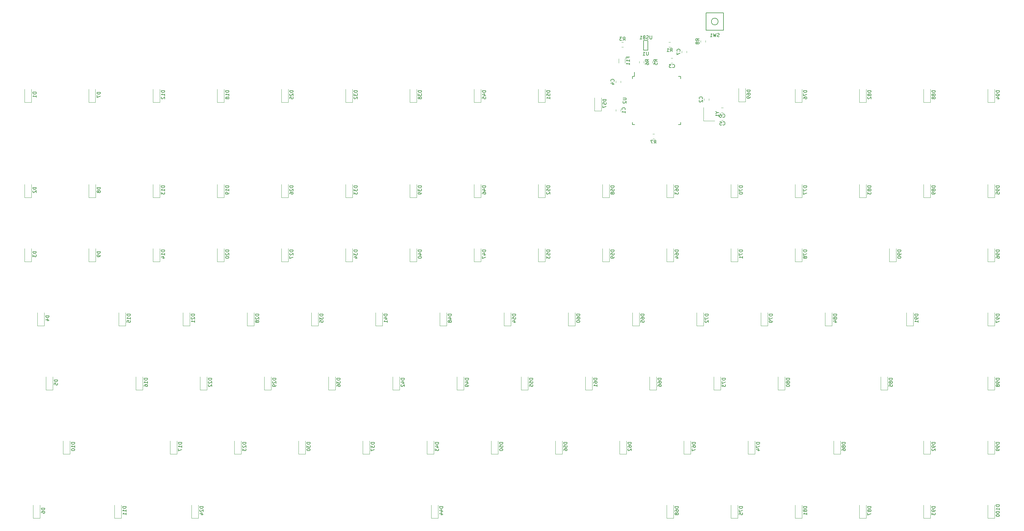
<source format=gbo>
G04 #@! TF.GenerationSoftware,KiCad,Pcbnew,(5.1.9)-1*
G04 #@! TF.CreationDate,2021-04-14T22:58:01+09:00*
G04 #@! TF.ProjectId,JupiterAdvanced,4a757069-7465-4724-9164-76616e636564,1*
G04 #@! TF.SameCoordinates,Original*
G04 #@! TF.FileFunction,Legend,Bot*
G04 #@! TF.FilePolarity,Positive*
%FSLAX46Y46*%
G04 Gerber Fmt 4.6, Leading zero omitted, Abs format (unit mm)*
G04 Created by KiCad (PCBNEW (5.1.9)-1) date 2021-04-14 22:58:01*
%MOMM*%
%LPD*%
G01*
G04 APERTURE LIST*
%ADD10C,0.120000*%
%ADD11C,0.150000*%
G04 APERTURE END LIST*
D10*
X260587420Y-97467158D02*
X260587420Y-96950002D01*
X262007420Y-97467158D02*
X262007420Y-96950002D01*
X263107100Y-97467158D02*
X263107100Y-96950002D01*
X264527100Y-97467158D02*
X264527100Y-96950002D01*
X282999100Y-114659520D02*
X279699100Y-114659520D01*
X279699100Y-114659520D02*
X279699100Y-110659520D01*
D11*
X258570320Y-101456820D02*
X259145320Y-101456820D01*
X258570320Y-115806820D02*
X259245320Y-115806820D01*
X272920320Y-115806820D02*
X272245320Y-115806820D01*
X272920320Y-101456820D02*
X272245320Y-101456820D01*
X258570320Y-101456820D02*
X258570320Y-102131820D01*
X272920320Y-101456820D02*
X272920320Y-102131820D01*
X272920320Y-115806820D02*
X272920320Y-115131820D01*
X258570320Y-115806820D02*
X258570320Y-115131820D01*
X259145320Y-101456820D02*
X259145320Y-100181820D01*
X261881860Y-90805340D02*
X261881860Y-93705340D01*
X261881860Y-90805340D02*
X263181860Y-90805340D01*
X263181860Y-90805340D02*
X263181860Y-93705340D01*
X263181860Y-93705340D02*
X261881860Y-93705340D01*
X284001720Y-85173820D02*
G75*
G03*
X284001720Y-85173820I-1000000J0D01*
G01*
X285601720Y-87773820D02*
X285601720Y-82573820D01*
X280401720Y-87773820D02*
X285601720Y-87773820D01*
X280401720Y-82573820D02*
X280401720Y-87773820D01*
X285601720Y-82573820D02*
X280401720Y-82573820D01*
D10*
X278850020Y-90784942D02*
X278850020Y-91302098D01*
X280270020Y-90784942D02*
X280270020Y-91302098D01*
X264554442Y-120008720D02*
X265071598Y-120008720D01*
X264554442Y-118588720D02*
X265071598Y-118588720D01*
X255868698Y-91296420D02*
X255351542Y-91296420D01*
X255868698Y-92716420D02*
X255351542Y-92716420D01*
X269355042Y-92716420D02*
X269872198Y-92716420D01*
X269355042Y-91296420D02*
X269872198Y-91296420D01*
X256365420Y-97447184D02*
X256365420Y-96243056D01*
X254545420Y-97447184D02*
X254545420Y-96243056D01*
X366007120Y-232691620D02*
X364007120Y-232691620D01*
X364007120Y-232691620D02*
X364007120Y-228791620D01*
X366007120Y-232691620D02*
X366007120Y-228791620D01*
X366007120Y-213641620D02*
X364007120Y-213641620D01*
X364007120Y-213641620D02*
X364007120Y-209741620D01*
X366007120Y-213641620D02*
X366007120Y-209741620D01*
X366007120Y-194591620D02*
X364007120Y-194591620D01*
X364007120Y-194591620D02*
X364007120Y-190691620D01*
X366007120Y-194591620D02*
X366007120Y-190691620D01*
X366007120Y-175541620D02*
X364007120Y-175541620D01*
X364007120Y-175541620D02*
X364007120Y-171641620D01*
X366007120Y-175541620D02*
X366007120Y-171641620D01*
X366007120Y-156491620D02*
X364007120Y-156491620D01*
X364007120Y-156491620D02*
X364007120Y-152591620D01*
X366007120Y-156491620D02*
X366007120Y-152591620D01*
X366007120Y-137441620D02*
X364007120Y-137441620D01*
X364007120Y-137441620D02*
X364007120Y-133541620D01*
X366007120Y-137441620D02*
X366007120Y-133541620D01*
X366032520Y-109144820D02*
X364032520Y-109144820D01*
X364032520Y-109144820D02*
X364032520Y-105244820D01*
X366032520Y-109144820D02*
X366032520Y-105244820D01*
X346957120Y-232691620D02*
X344957120Y-232691620D01*
X344957120Y-232691620D02*
X344957120Y-228791620D01*
X346957120Y-232691620D02*
X346957120Y-228791620D01*
X346957120Y-213641620D02*
X344957120Y-213641620D01*
X344957120Y-213641620D02*
X344957120Y-209741620D01*
X346957120Y-213641620D02*
X346957120Y-209741620D01*
X341877120Y-175541620D02*
X339877120Y-175541620D01*
X339877120Y-175541620D02*
X339877120Y-171641620D01*
X341877120Y-175541620D02*
X341877120Y-171641620D01*
X336797120Y-156491620D02*
X334797120Y-156491620D01*
X334797120Y-156491620D02*
X334797120Y-152591620D01*
X336797120Y-156491620D02*
X336797120Y-152591620D01*
X346957120Y-137441620D02*
X344957120Y-137441620D01*
X344957120Y-137441620D02*
X344957120Y-133541620D01*
X346957120Y-137441620D02*
X346957120Y-133541620D01*
X346982520Y-109144820D02*
X344982520Y-109144820D01*
X344982520Y-109144820D02*
X344982520Y-105244820D01*
X346982520Y-109144820D02*
X346982520Y-105244820D01*
X327907120Y-232691620D02*
X325907120Y-232691620D01*
X325907120Y-232691620D02*
X325907120Y-228791620D01*
X327907120Y-232691620D02*
X327907120Y-228791620D01*
X320287120Y-213641620D02*
X318287120Y-213641620D01*
X318287120Y-213641620D02*
X318287120Y-209741620D01*
X320287120Y-213641620D02*
X320287120Y-209741620D01*
X334257120Y-194591620D02*
X332257120Y-194591620D01*
X332257120Y-194591620D02*
X332257120Y-190691620D01*
X334257120Y-194591620D02*
X334257120Y-190691620D01*
X317747120Y-175541620D02*
X315747120Y-175541620D01*
X315747120Y-175541620D02*
X315747120Y-171641620D01*
X317747120Y-175541620D02*
X317747120Y-171641620D01*
X327907120Y-137441620D02*
X325907120Y-137441620D01*
X325907120Y-137441620D02*
X325907120Y-133541620D01*
X327907120Y-137441620D02*
X327907120Y-133541620D01*
X327932520Y-109144820D02*
X325932520Y-109144820D01*
X325932520Y-109144820D02*
X325932520Y-105244820D01*
X327932520Y-109144820D02*
X327932520Y-105244820D01*
X308857120Y-232691620D02*
X306857120Y-232691620D01*
X306857120Y-232691620D02*
X306857120Y-228791620D01*
X308857120Y-232691620D02*
X308857120Y-228791620D01*
X303777120Y-194591620D02*
X301777120Y-194591620D01*
X301777120Y-194591620D02*
X301777120Y-190691620D01*
X303777120Y-194591620D02*
X303777120Y-190691620D01*
X298697120Y-175541620D02*
X296697120Y-175541620D01*
X296697120Y-175541620D02*
X296697120Y-171641620D01*
X298697120Y-175541620D02*
X298697120Y-171641620D01*
X308857120Y-156491620D02*
X306857120Y-156491620D01*
X306857120Y-156491620D02*
X306857120Y-152591620D01*
X308857120Y-156491620D02*
X308857120Y-152591620D01*
X308857120Y-137441620D02*
X306857120Y-137441620D01*
X306857120Y-137441620D02*
X306857120Y-133541620D01*
X308857120Y-137441620D02*
X308857120Y-133541620D01*
X308882520Y-109144820D02*
X306882520Y-109144820D01*
X306882520Y-109144820D02*
X306882520Y-105244820D01*
X308882520Y-109144820D02*
X308882520Y-105244820D01*
X289807120Y-232691620D02*
X287807120Y-232691620D01*
X287807120Y-232691620D02*
X287807120Y-228791620D01*
X289807120Y-232691620D02*
X289807120Y-228791620D01*
X294887120Y-213641620D02*
X292887120Y-213641620D01*
X292887120Y-213641620D02*
X292887120Y-209741620D01*
X294887120Y-213641620D02*
X294887120Y-209741620D01*
X284727120Y-194591620D02*
X282727120Y-194591620D01*
X282727120Y-194591620D02*
X282727120Y-190691620D01*
X284727120Y-194591620D02*
X284727120Y-190691620D01*
X279647120Y-175541620D02*
X277647120Y-175541620D01*
X277647120Y-175541620D02*
X277647120Y-171641620D01*
X279647120Y-175541620D02*
X279647120Y-171641620D01*
X289807120Y-156491620D02*
X287807120Y-156491620D01*
X287807120Y-156491620D02*
X287807120Y-152591620D01*
X289807120Y-156491620D02*
X289807120Y-152591620D01*
X289807120Y-137441620D02*
X287807120Y-137441620D01*
X287807120Y-137441620D02*
X287807120Y-133541620D01*
X289807120Y-137441620D02*
X289807120Y-133541620D01*
X292085020Y-108963020D02*
X290085020Y-108963020D01*
X290085020Y-108963020D02*
X290085020Y-105063020D01*
X292085020Y-108963020D02*
X292085020Y-105063020D01*
X270757120Y-232691620D02*
X268757120Y-232691620D01*
X268757120Y-232691620D02*
X268757120Y-228791620D01*
X270757120Y-232691620D02*
X270757120Y-228791620D01*
X275837120Y-213641620D02*
X273837120Y-213641620D01*
X273837120Y-213641620D02*
X273837120Y-209741620D01*
X275837120Y-213641620D02*
X275837120Y-209741620D01*
X265677120Y-194591620D02*
X263677120Y-194591620D01*
X263677120Y-194591620D02*
X263677120Y-190691620D01*
X265677120Y-194591620D02*
X265677120Y-190691620D01*
X260597120Y-175541620D02*
X258597120Y-175541620D01*
X258597120Y-175541620D02*
X258597120Y-171641620D01*
X260597120Y-175541620D02*
X260597120Y-171641620D01*
X270757120Y-156491620D02*
X268757120Y-156491620D01*
X268757120Y-156491620D02*
X268757120Y-152591620D01*
X270757120Y-156491620D02*
X270757120Y-152591620D01*
X270757120Y-137441620D02*
X268757120Y-137441620D01*
X268757120Y-137441620D02*
X268757120Y-133541620D01*
X270757120Y-137441620D02*
X270757120Y-133541620D01*
X256787120Y-213641620D02*
X254787120Y-213641620D01*
X254787120Y-213641620D02*
X254787120Y-209741620D01*
X256787120Y-213641620D02*
X256787120Y-209741620D01*
X246627120Y-194591620D02*
X244627120Y-194591620D01*
X244627120Y-194591620D02*
X244627120Y-190691620D01*
X246627120Y-194591620D02*
X246627120Y-190691620D01*
X241547120Y-175541620D02*
X239547120Y-175541620D01*
X239547120Y-175541620D02*
X239547120Y-171641620D01*
X241547120Y-175541620D02*
X241547120Y-171641620D01*
X251707120Y-156491620D02*
X249707120Y-156491620D01*
X249707120Y-156491620D02*
X249707120Y-152591620D01*
X251707120Y-156491620D02*
X251707120Y-152591620D01*
X251707120Y-137441620D02*
X249707120Y-137441620D01*
X249707120Y-137441620D02*
X249707120Y-133541620D01*
X251707120Y-137441620D02*
X251707120Y-133541620D01*
X249330720Y-111747860D02*
X247330720Y-111747860D01*
X247330720Y-111747860D02*
X247330720Y-107847860D01*
X249330720Y-111747860D02*
X249330720Y-107847860D01*
X237737120Y-213641620D02*
X235737120Y-213641620D01*
X235737120Y-213641620D02*
X235737120Y-209741620D01*
X237737120Y-213641620D02*
X237737120Y-209741620D01*
X227577120Y-194591620D02*
X225577120Y-194591620D01*
X225577120Y-194591620D02*
X225577120Y-190691620D01*
X227577120Y-194591620D02*
X227577120Y-190691620D01*
X222497120Y-175541620D02*
X220497120Y-175541620D01*
X220497120Y-175541620D02*
X220497120Y-171641620D01*
X222497120Y-175541620D02*
X222497120Y-171641620D01*
X232657120Y-156491620D02*
X230657120Y-156491620D01*
X230657120Y-156491620D02*
X230657120Y-152591620D01*
X232657120Y-156491620D02*
X232657120Y-152591620D01*
X232657120Y-137441620D02*
X230657120Y-137441620D01*
X230657120Y-137441620D02*
X230657120Y-133541620D01*
X232657120Y-137441620D02*
X232657120Y-133541620D01*
X232682520Y-109144820D02*
X230682520Y-109144820D01*
X230682520Y-109144820D02*
X230682520Y-105244820D01*
X232682520Y-109144820D02*
X232682520Y-105244820D01*
X218687120Y-213641620D02*
X216687120Y-213641620D01*
X216687120Y-213641620D02*
X216687120Y-209741620D01*
X218687120Y-213641620D02*
X218687120Y-209741620D01*
X208527120Y-194591620D02*
X206527120Y-194591620D01*
X206527120Y-194591620D02*
X206527120Y-190691620D01*
X208527120Y-194591620D02*
X208527120Y-190691620D01*
X203447120Y-175541620D02*
X201447120Y-175541620D01*
X201447120Y-175541620D02*
X201447120Y-171641620D01*
X203447120Y-175541620D02*
X203447120Y-171641620D01*
X213607120Y-156491620D02*
X211607120Y-156491620D01*
X211607120Y-156491620D02*
X211607120Y-152591620D01*
X213607120Y-156491620D02*
X213607120Y-152591620D01*
X213607120Y-137441620D02*
X211607120Y-137441620D01*
X211607120Y-137441620D02*
X211607120Y-133541620D01*
X213607120Y-137441620D02*
X213607120Y-133541620D01*
X213632520Y-109144820D02*
X211632520Y-109144820D01*
X211632520Y-109144820D02*
X211632520Y-105244820D01*
X213632520Y-109144820D02*
X213632520Y-105244820D01*
X200907120Y-232691620D02*
X198907120Y-232691620D01*
X198907120Y-232691620D02*
X198907120Y-228791620D01*
X200907120Y-232691620D02*
X200907120Y-228791620D01*
X199637120Y-213641620D02*
X197637120Y-213641620D01*
X197637120Y-213641620D02*
X197637120Y-209741620D01*
X199637120Y-213641620D02*
X199637120Y-209741620D01*
X189477120Y-194591620D02*
X187477120Y-194591620D01*
X187477120Y-194591620D02*
X187477120Y-190691620D01*
X189477120Y-194591620D02*
X189477120Y-190691620D01*
X184397120Y-175541620D02*
X182397120Y-175541620D01*
X182397120Y-175541620D02*
X182397120Y-171641620D01*
X184397120Y-175541620D02*
X184397120Y-171641620D01*
X194557120Y-156491620D02*
X192557120Y-156491620D01*
X192557120Y-156491620D02*
X192557120Y-152591620D01*
X194557120Y-156491620D02*
X194557120Y-152591620D01*
X194557120Y-137441620D02*
X192557120Y-137441620D01*
X192557120Y-137441620D02*
X192557120Y-133541620D01*
X194557120Y-137441620D02*
X194557120Y-133541620D01*
X194582520Y-109144820D02*
X192582520Y-109144820D01*
X192582520Y-109144820D02*
X192582520Y-105244820D01*
X194582520Y-109144820D02*
X194582520Y-105244820D01*
X180587120Y-213641620D02*
X178587120Y-213641620D01*
X178587120Y-213641620D02*
X178587120Y-209741620D01*
X180587120Y-213641620D02*
X180587120Y-209741620D01*
X170427120Y-194591620D02*
X168427120Y-194591620D01*
X168427120Y-194591620D02*
X168427120Y-190691620D01*
X170427120Y-194591620D02*
X170427120Y-190691620D01*
X165347120Y-175541620D02*
X163347120Y-175541620D01*
X163347120Y-175541620D02*
X163347120Y-171641620D01*
X165347120Y-175541620D02*
X165347120Y-171641620D01*
X175507120Y-156491620D02*
X173507120Y-156491620D01*
X173507120Y-156491620D02*
X173507120Y-152591620D01*
X175507120Y-156491620D02*
X175507120Y-152591620D01*
X175507120Y-137441620D02*
X173507120Y-137441620D01*
X173507120Y-137441620D02*
X173507120Y-133541620D01*
X175507120Y-137441620D02*
X175507120Y-133541620D01*
X175532520Y-109144820D02*
X173532520Y-109144820D01*
X173532520Y-109144820D02*
X173532520Y-105244820D01*
X175532520Y-109144820D02*
X175532520Y-105244820D01*
X161537120Y-213641620D02*
X159537120Y-213641620D01*
X159537120Y-213641620D02*
X159537120Y-209741620D01*
X161537120Y-213641620D02*
X161537120Y-209741620D01*
X151377120Y-194591620D02*
X149377120Y-194591620D01*
X149377120Y-194591620D02*
X149377120Y-190691620D01*
X151377120Y-194591620D02*
X151377120Y-190691620D01*
X146297120Y-175541620D02*
X144297120Y-175541620D01*
X144297120Y-175541620D02*
X144297120Y-171641620D01*
X146297120Y-175541620D02*
X146297120Y-171641620D01*
X156457120Y-156491620D02*
X154457120Y-156491620D01*
X154457120Y-156491620D02*
X154457120Y-152591620D01*
X156457120Y-156491620D02*
X156457120Y-152591620D01*
X156457120Y-137441620D02*
X154457120Y-137441620D01*
X154457120Y-137441620D02*
X154457120Y-133541620D01*
X156457120Y-137441620D02*
X156457120Y-133541620D01*
X156482520Y-109144820D02*
X154482520Y-109144820D01*
X154482520Y-109144820D02*
X154482520Y-105244820D01*
X156482520Y-109144820D02*
X156482520Y-105244820D01*
X129787120Y-232691620D02*
X127787120Y-232691620D01*
X127787120Y-232691620D02*
X127787120Y-228791620D01*
X129787120Y-232691620D02*
X129787120Y-228791620D01*
X142487120Y-213641620D02*
X140487120Y-213641620D01*
X140487120Y-213641620D02*
X140487120Y-209741620D01*
X142487120Y-213641620D02*
X142487120Y-209741620D01*
X132327120Y-194591620D02*
X130327120Y-194591620D01*
X130327120Y-194591620D02*
X130327120Y-190691620D01*
X132327120Y-194591620D02*
X132327120Y-190691620D01*
X127247120Y-175541620D02*
X125247120Y-175541620D01*
X125247120Y-175541620D02*
X125247120Y-171641620D01*
X127247120Y-175541620D02*
X127247120Y-171641620D01*
X137407120Y-156491620D02*
X135407120Y-156491620D01*
X135407120Y-156491620D02*
X135407120Y-152591620D01*
X137407120Y-156491620D02*
X137407120Y-152591620D01*
X137407120Y-137441620D02*
X135407120Y-137441620D01*
X135407120Y-137441620D02*
X135407120Y-133541620D01*
X137407120Y-137441620D02*
X137407120Y-133541620D01*
X137432520Y-109144820D02*
X135432520Y-109144820D01*
X135432520Y-109144820D02*
X135432520Y-105244820D01*
X137432520Y-109144820D02*
X137432520Y-105244820D01*
X123437120Y-213641620D02*
X121437120Y-213641620D01*
X121437120Y-213641620D02*
X121437120Y-209741620D01*
X123437120Y-213641620D02*
X123437120Y-209741620D01*
X113277120Y-194591620D02*
X111277120Y-194591620D01*
X111277120Y-194591620D02*
X111277120Y-190691620D01*
X113277120Y-194591620D02*
X113277120Y-190691620D01*
X108197120Y-175541620D02*
X106197120Y-175541620D01*
X106197120Y-175541620D02*
X106197120Y-171641620D01*
X108197120Y-175541620D02*
X108197120Y-171641620D01*
X118357120Y-156491620D02*
X116357120Y-156491620D01*
X116357120Y-156491620D02*
X116357120Y-152591620D01*
X118357120Y-156491620D02*
X118357120Y-152591620D01*
X118357120Y-137441620D02*
X116357120Y-137441620D01*
X116357120Y-137441620D02*
X116357120Y-133541620D01*
X118357120Y-137441620D02*
X118357120Y-133541620D01*
X118382520Y-109144820D02*
X116382520Y-109144820D01*
X116382520Y-109144820D02*
X116382520Y-105244820D01*
X118382520Y-109144820D02*
X118382520Y-105244820D01*
X106927120Y-232691620D02*
X104927120Y-232691620D01*
X104927120Y-232691620D02*
X104927120Y-228791620D01*
X106927120Y-232691620D02*
X106927120Y-228791620D01*
X91687120Y-213641620D02*
X89687120Y-213641620D01*
X89687120Y-213641620D02*
X89687120Y-209741620D01*
X91687120Y-213641620D02*
X91687120Y-209741620D01*
X99307120Y-156491620D02*
X97307120Y-156491620D01*
X97307120Y-156491620D02*
X97307120Y-152591620D01*
X99307120Y-156491620D02*
X99307120Y-152591620D01*
X99307120Y-137441620D02*
X97307120Y-137441620D01*
X97307120Y-137441620D02*
X97307120Y-133541620D01*
X99307120Y-137441620D02*
X99307120Y-133541620D01*
X99281720Y-109170220D02*
X97281720Y-109170220D01*
X97281720Y-109170220D02*
X97281720Y-105270220D01*
X99281720Y-109170220D02*
X99281720Y-105270220D01*
X82797120Y-232691620D02*
X80797120Y-232691620D01*
X80797120Y-232691620D02*
X80797120Y-228791620D01*
X82797120Y-232691620D02*
X82797120Y-228791620D01*
X86607120Y-194591620D02*
X84607120Y-194591620D01*
X84607120Y-194591620D02*
X84607120Y-190691620D01*
X86607120Y-194591620D02*
X86607120Y-190691620D01*
X84067120Y-175541620D02*
X82067120Y-175541620D01*
X82067120Y-175541620D02*
X82067120Y-171641620D01*
X84067120Y-175541620D02*
X84067120Y-171641620D01*
X80257120Y-156491620D02*
X78257120Y-156491620D01*
X78257120Y-156491620D02*
X78257120Y-152591620D01*
X80257120Y-156491620D02*
X80257120Y-152591620D01*
X80257120Y-137441620D02*
X78257120Y-137441620D01*
X78257120Y-137441620D02*
X78257120Y-133541620D01*
X80257120Y-137441620D02*
X80257120Y-133541620D01*
X80282520Y-109144820D02*
X78282520Y-109144820D01*
X78282520Y-109144820D02*
X78282520Y-105244820D01*
X80282520Y-109144820D02*
X80282520Y-105244820D01*
X273249320Y-93896442D02*
X273249320Y-94413598D01*
X274669320Y-93896442D02*
X274669320Y-94413598D01*
X284952942Y-112236320D02*
X285470098Y-112236320D01*
X284952942Y-110816320D02*
X285470098Y-110816320D01*
X284978342Y-114509620D02*
X285495498Y-114509620D01*
X284978342Y-113089620D02*
X285495498Y-113089620D01*
X253665920Y-102824542D02*
X253665920Y-103341698D01*
X255085920Y-102824542D02*
X255085920Y-103341698D01*
X270043142Y-97478920D02*
X270560298Y-97478920D01*
X270043142Y-96058920D02*
X270560298Y-96058920D01*
X279866020Y-108054642D02*
X279866020Y-108571798D01*
X281286020Y-108054642D02*
X281286020Y-108571798D01*
X255073220Y-111807998D02*
X255073220Y-111290842D01*
X253653220Y-111807998D02*
X253653220Y-111290842D01*
D11*
X263399800Y-97041913D02*
X262923610Y-96708580D01*
X263399800Y-96470484D02*
X262399800Y-96470484D01*
X262399800Y-96851437D01*
X262447420Y-96946675D01*
X262495039Y-96994294D01*
X262590277Y-97041913D01*
X262733134Y-97041913D01*
X262828372Y-96994294D01*
X262875991Y-96946675D01*
X262923610Y-96851437D01*
X262923610Y-96470484D01*
X262399800Y-97899056D02*
X262399800Y-97708580D01*
X262447420Y-97613341D01*
X262495039Y-97565722D01*
X262637896Y-97470484D01*
X262828372Y-97422865D01*
X263209324Y-97422865D01*
X263304562Y-97470484D01*
X263352181Y-97518103D01*
X263399800Y-97613341D01*
X263399800Y-97803818D01*
X263352181Y-97899056D01*
X263304562Y-97946675D01*
X263209324Y-97994294D01*
X262971229Y-97994294D01*
X262875991Y-97946675D01*
X262828372Y-97899056D01*
X262780753Y-97803818D01*
X262780753Y-97613341D01*
X262828372Y-97518103D01*
X262875991Y-97470484D01*
X262971229Y-97422865D01*
X265919480Y-97041913D02*
X265443290Y-96708580D01*
X265919480Y-96470484D02*
X264919480Y-96470484D01*
X264919480Y-96851437D01*
X264967100Y-96946675D01*
X265014719Y-96994294D01*
X265109957Y-97041913D01*
X265252814Y-97041913D01*
X265348052Y-96994294D01*
X265395671Y-96946675D01*
X265443290Y-96851437D01*
X265443290Y-96470484D01*
X264919480Y-97946675D02*
X264919480Y-97470484D01*
X265395671Y-97422865D01*
X265348052Y-97470484D01*
X265300433Y-97565722D01*
X265300433Y-97803818D01*
X265348052Y-97899056D01*
X265395671Y-97946675D01*
X265490909Y-97994294D01*
X265729004Y-97994294D01*
X265824242Y-97946675D01*
X265871861Y-97899056D01*
X265919480Y-97803818D01*
X265919480Y-97565722D01*
X265871861Y-97470484D01*
X265824242Y-97422865D01*
X283775290Y-112183329D02*
X284251480Y-112183329D01*
X283251480Y-111849996D02*
X283775290Y-112183329D01*
X283251480Y-112516662D01*
X284251480Y-113373805D02*
X284251480Y-112802377D01*
X284251480Y-113088091D02*
X283251480Y-113088091D01*
X283394338Y-112992853D01*
X283489576Y-112897615D01*
X283537195Y-112802377D01*
X264338335Y-89398360D02*
X264338335Y-90207884D01*
X264290716Y-90303122D01*
X264243097Y-90350741D01*
X264147859Y-90398360D01*
X263957382Y-90398360D01*
X263862144Y-90350741D01*
X263814525Y-90303122D01*
X263766906Y-90207884D01*
X263766906Y-89398360D01*
X263338335Y-90350741D02*
X263195478Y-90398360D01*
X262957382Y-90398360D01*
X262862144Y-90350741D01*
X262814525Y-90303122D01*
X262766906Y-90207884D01*
X262766906Y-90112646D01*
X262814525Y-90017408D01*
X262862144Y-89969789D01*
X262957382Y-89922170D01*
X263147859Y-89874551D01*
X263243097Y-89826932D01*
X263290716Y-89779313D01*
X263338335Y-89684075D01*
X263338335Y-89588837D01*
X263290716Y-89493599D01*
X263243097Y-89445980D01*
X263147859Y-89398360D01*
X262909763Y-89398360D01*
X262766906Y-89445980D01*
X262005001Y-89874551D02*
X261862144Y-89922170D01*
X261814525Y-89969789D01*
X261766906Y-90065027D01*
X261766906Y-90207884D01*
X261814525Y-90303122D01*
X261862144Y-90350741D01*
X261957382Y-90398360D01*
X262338335Y-90398360D01*
X262338335Y-89398360D01*
X262005001Y-89398360D01*
X261909763Y-89445980D01*
X261862144Y-89493599D01*
X261814525Y-89588837D01*
X261814525Y-89684075D01*
X261862144Y-89779313D01*
X261909763Y-89826932D01*
X262005001Y-89874551D01*
X262338335Y-89874551D01*
X260814525Y-90398360D02*
X261385954Y-90398360D01*
X261100240Y-90398360D02*
X261100240Y-89398360D01*
X261195478Y-89541218D01*
X261290716Y-89636456D01*
X261385954Y-89684075D01*
X255747700Y-107869915D02*
X256557224Y-107869915D01*
X256652462Y-107917534D01*
X256700081Y-107965153D01*
X256747700Y-108060391D01*
X256747700Y-108250867D01*
X256700081Y-108346105D01*
X256652462Y-108393724D01*
X256557224Y-108441343D01*
X255747700Y-108441343D01*
X255842939Y-108869915D02*
X255795320Y-108917534D01*
X255747700Y-109012772D01*
X255747700Y-109250867D01*
X255795320Y-109346105D01*
X255842939Y-109393724D01*
X255938177Y-109441343D01*
X256033415Y-109441343D01*
X256176272Y-109393724D01*
X256747700Y-108822296D01*
X256747700Y-109441343D01*
X263293764Y-94157720D02*
X263293764Y-94967244D01*
X263246145Y-95062482D01*
X263198526Y-95110101D01*
X263103288Y-95157720D01*
X262912812Y-95157720D01*
X262817574Y-95110101D01*
X262769955Y-95062482D01*
X262722336Y-94967244D01*
X262722336Y-94157720D01*
X261722336Y-95157720D02*
X262293764Y-95157720D01*
X262008050Y-95157720D02*
X262008050Y-94157720D01*
X262103288Y-94300578D01*
X262198526Y-94395816D01*
X262293764Y-94443435D01*
X284335053Y-89642581D02*
X284192196Y-89690200D01*
X283954100Y-89690200D01*
X283858862Y-89642581D01*
X283811243Y-89594962D01*
X283763624Y-89499724D01*
X283763624Y-89404486D01*
X283811243Y-89309248D01*
X283858862Y-89261629D01*
X283954100Y-89214010D01*
X284144577Y-89166391D01*
X284239815Y-89118772D01*
X284287434Y-89071153D01*
X284335053Y-88975915D01*
X284335053Y-88880677D01*
X284287434Y-88785439D01*
X284239815Y-88737820D01*
X284144577Y-88690200D01*
X283906481Y-88690200D01*
X283763624Y-88737820D01*
X283430291Y-88690200D02*
X283192196Y-89690200D01*
X283001720Y-88975915D01*
X282811243Y-89690200D01*
X282573148Y-88690200D01*
X281668386Y-89690200D02*
X282239815Y-89690200D01*
X281954100Y-89690200D02*
X281954100Y-88690200D01*
X282049339Y-88833058D01*
X282144577Y-88928296D01*
X282239815Y-88975915D01*
X278362400Y-90876853D02*
X277886210Y-90543520D01*
X278362400Y-90305424D02*
X277362400Y-90305424D01*
X277362400Y-90686377D01*
X277410020Y-90781615D01*
X277457639Y-90829234D01*
X277552877Y-90876853D01*
X277695734Y-90876853D01*
X277790972Y-90829234D01*
X277838591Y-90781615D01*
X277886210Y-90686377D01*
X277886210Y-90305424D01*
X277790972Y-91448281D02*
X277743353Y-91353043D01*
X277695734Y-91305424D01*
X277600496Y-91257805D01*
X277552877Y-91257805D01*
X277457639Y-91305424D01*
X277410020Y-91353043D01*
X277362400Y-91448281D01*
X277362400Y-91638758D01*
X277410020Y-91733996D01*
X277457639Y-91781615D01*
X277552877Y-91829234D01*
X277600496Y-91829234D01*
X277695734Y-91781615D01*
X277743353Y-91733996D01*
X277790972Y-91638758D01*
X277790972Y-91448281D01*
X277838591Y-91353043D01*
X277886210Y-91305424D01*
X277981448Y-91257805D01*
X278171924Y-91257805D01*
X278267162Y-91305424D01*
X278314781Y-91353043D01*
X278362400Y-91448281D01*
X278362400Y-91638758D01*
X278314781Y-91733996D01*
X278267162Y-91781615D01*
X278171924Y-91829234D01*
X277981448Y-91829234D01*
X277886210Y-91781615D01*
X277838591Y-91733996D01*
X277790972Y-91638758D01*
X264979686Y-121401100D02*
X265313020Y-120924910D01*
X265551115Y-121401100D02*
X265551115Y-120401100D01*
X265170162Y-120401100D01*
X265074924Y-120448720D01*
X265027305Y-120496339D01*
X264979686Y-120591577D01*
X264979686Y-120734434D01*
X265027305Y-120829672D01*
X265074924Y-120877291D01*
X265170162Y-120924910D01*
X265551115Y-120924910D01*
X264646353Y-120401100D02*
X263979686Y-120401100D01*
X264408258Y-121401100D01*
X255776786Y-90808800D02*
X256110120Y-90332610D01*
X256348215Y-90808800D02*
X256348215Y-89808800D01*
X255967262Y-89808800D01*
X255872024Y-89856420D01*
X255824405Y-89904039D01*
X255776786Y-89999277D01*
X255776786Y-90142134D01*
X255824405Y-90237372D01*
X255872024Y-90284991D01*
X255967262Y-90332610D01*
X256348215Y-90332610D01*
X255443453Y-89808800D02*
X254824405Y-89808800D01*
X255157739Y-90189753D01*
X255014881Y-90189753D01*
X254919643Y-90237372D01*
X254872024Y-90284991D01*
X254824405Y-90380229D01*
X254824405Y-90618324D01*
X254872024Y-90713562D01*
X254919643Y-90761181D01*
X255014881Y-90808800D01*
X255300596Y-90808800D01*
X255395834Y-90761181D01*
X255443453Y-90713562D01*
X269780286Y-94108800D02*
X270113620Y-93632610D01*
X270351715Y-94108800D02*
X270351715Y-93108800D01*
X269970762Y-93108800D01*
X269875524Y-93156420D01*
X269827905Y-93204039D01*
X269780286Y-93299277D01*
X269780286Y-93442134D01*
X269827905Y-93537372D01*
X269875524Y-93584991D01*
X269970762Y-93632610D01*
X270351715Y-93632610D01*
X268827905Y-94108800D02*
X269399334Y-94108800D01*
X269113620Y-94108800D02*
X269113620Y-93108800D01*
X269208858Y-93251658D01*
X269304096Y-93346896D01*
X269399334Y-93394515D01*
X257203991Y-96035596D02*
X257203991Y-95702262D01*
X257727800Y-95702262D02*
X256727800Y-95702262D01*
X256727800Y-96178453D01*
X257727800Y-97083215D02*
X257727800Y-96511786D01*
X257727800Y-96797500D02*
X256727800Y-96797500D01*
X256870658Y-96702262D01*
X256965896Y-96607024D01*
X257013515Y-96511786D01*
X257727800Y-98035596D02*
X257727800Y-97464167D01*
X257727800Y-97749881D02*
X256727800Y-97749881D01*
X256870658Y-97654643D01*
X256965896Y-97559405D01*
X257013515Y-97464167D01*
X367459500Y-228751143D02*
X366459500Y-228751143D01*
X366459500Y-228989239D01*
X366507120Y-229132096D01*
X366602358Y-229227334D01*
X366697596Y-229274953D01*
X366888072Y-229322572D01*
X367030929Y-229322572D01*
X367221405Y-229274953D01*
X367316643Y-229227334D01*
X367411881Y-229132096D01*
X367459500Y-228989239D01*
X367459500Y-228751143D01*
X367459500Y-230274953D02*
X367459500Y-229703524D01*
X367459500Y-229989239D02*
X366459500Y-229989239D01*
X366602358Y-229894000D01*
X366697596Y-229798762D01*
X366745215Y-229703524D01*
X366459500Y-230894000D02*
X366459500Y-230989239D01*
X366507120Y-231084477D01*
X366554739Y-231132096D01*
X366649977Y-231179715D01*
X366840453Y-231227334D01*
X367078548Y-231227334D01*
X367269024Y-231179715D01*
X367364262Y-231132096D01*
X367411881Y-231084477D01*
X367459500Y-230989239D01*
X367459500Y-230894000D01*
X367411881Y-230798762D01*
X367364262Y-230751143D01*
X367269024Y-230703524D01*
X367078548Y-230655905D01*
X366840453Y-230655905D01*
X366649977Y-230703524D01*
X366554739Y-230751143D01*
X366507120Y-230798762D01*
X366459500Y-230894000D01*
X366459500Y-231846381D02*
X366459500Y-231941620D01*
X366507120Y-232036858D01*
X366554739Y-232084477D01*
X366649977Y-232132096D01*
X366840453Y-232179715D01*
X367078548Y-232179715D01*
X367269024Y-232132096D01*
X367364262Y-232084477D01*
X367411881Y-232036858D01*
X367459500Y-231941620D01*
X367459500Y-231846381D01*
X367411881Y-231751143D01*
X367364262Y-231703524D01*
X367269024Y-231655905D01*
X367078548Y-231608286D01*
X366840453Y-231608286D01*
X366649977Y-231655905D01*
X366554739Y-231703524D01*
X366507120Y-231751143D01*
X366459500Y-231846381D01*
X367459500Y-210177334D02*
X366459500Y-210177334D01*
X366459500Y-210415429D01*
X366507120Y-210558286D01*
X366602358Y-210653524D01*
X366697596Y-210701143D01*
X366888072Y-210748762D01*
X367030929Y-210748762D01*
X367221405Y-210701143D01*
X367316643Y-210653524D01*
X367411881Y-210558286D01*
X367459500Y-210415429D01*
X367459500Y-210177334D01*
X367459500Y-211224953D02*
X367459500Y-211415429D01*
X367411881Y-211510667D01*
X367364262Y-211558286D01*
X367221405Y-211653524D01*
X367030929Y-211701143D01*
X366649977Y-211701143D01*
X366554739Y-211653524D01*
X366507120Y-211605905D01*
X366459500Y-211510667D01*
X366459500Y-211320191D01*
X366507120Y-211224953D01*
X366554739Y-211177334D01*
X366649977Y-211129715D01*
X366888072Y-211129715D01*
X366983310Y-211177334D01*
X367030929Y-211224953D01*
X367078548Y-211320191D01*
X367078548Y-211510667D01*
X367030929Y-211605905D01*
X366983310Y-211653524D01*
X366888072Y-211701143D01*
X367459500Y-212177334D02*
X367459500Y-212367810D01*
X367411881Y-212463048D01*
X367364262Y-212510667D01*
X367221405Y-212605905D01*
X367030929Y-212653524D01*
X366649977Y-212653524D01*
X366554739Y-212605905D01*
X366507120Y-212558286D01*
X366459500Y-212463048D01*
X366459500Y-212272572D01*
X366507120Y-212177334D01*
X366554739Y-212129715D01*
X366649977Y-212082096D01*
X366888072Y-212082096D01*
X366983310Y-212129715D01*
X367030929Y-212177334D01*
X367078548Y-212272572D01*
X367078548Y-212463048D01*
X367030929Y-212558286D01*
X366983310Y-212605905D01*
X366888072Y-212653524D01*
X367459500Y-191127334D02*
X366459500Y-191127334D01*
X366459500Y-191365429D01*
X366507120Y-191508286D01*
X366602358Y-191603524D01*
X366697596Y-191651143D01*
X366888072Y-191698762D01*
X367030929Y-191698762D01*
X367221405Y-191651143D01*
X367316643Y-191603524D01*
X367411881Y-191508286D01*
X367459500Y-191365429D01*
X367459500Y-191127334D01*
X367459500Y-192174953D02*
X367459500Y-192365429D01*
X367411881Y-192460667D01*
X367364262Y-192508286D01*
X367221405Y-192603524D01*
X367030929Y-192651143D01*
X366649977Y-192651143D01*
X366554739Y-192603524D01*
X366507120Y-192555905D01*
X366459500Y-192460667D01*
X366459500Y-192270191D01*
X366507120Y-192174953D01*
X366554739Y-192127334D01*
X366649977Y-192079715D01*
X366888072Y-192079715D01*
X366983310Y-192127334D01*
X367030929Y-192174953D01*
X367078548Y-192270191D01*
X367078548Y-192460667D01*
X367030929Y-192555905D01*
X366983310Y-192603524D01*
X366888072Y-192651143D01*
X366888072Y-193222572D02*
X366840453Y-193127334D01*
X366792834Y-193079715D01*
X366697596Y-193032096D01*
X366649977Y-193032096D01*
X366554739Y-193079715D01*
X366507120Y-193127334D01*
X366459500Y-193222572D01*
X366459500Y-193413048D01*
X366507120Y-193508286D01*
X366554739Y-193555905D01*
X366649977Y-193603524D01*
X366697596Y-193603524D01*
X366792834Y-193555905D01*
X366840453Y-193508286D01*
X366888072Y-193413048D01*
X366888072Y-193222572D01*
X366935691Y-193127334D01*
X366983310Y-193079715D01*
X367078548Y-193032096D01*
X367269024Y-193032096D01*
X367364262Y-193079715D01*
X367411881Y-193127334D01*
X367459500Y-193222572D01*
X367459500Y-193413048D01*
X367411881Y-193508286D01*
X367364262Y-193555905D01*
X367269024Y-193603524D01*
X367078548Y-193603524D01*
X366983310Y-193555905D01*
X366935691Y-193508286D01*
X366888072Y-193413048D01*
X367459500Y-172077334D02*
X366459500Y-172077334D01*
X366459500Y-172315429D01*
X366507120Y-172458286D01*
X366602358Y-172553524D01*
X366697596Y-172601143D01*
X366888072Y-172648762D01*
X367030929Y-172648762D01*
X367221405Y-172601143D01*
X367316643Y-172553524D01*
X367411881Y-172458286D01*
X367459500Y-172315429D01*
X367459500Y-172077334D01*
X367459500Y-173124953D02*
X367459500Y-173315429D01*
X367411881Y-173410667D01*
X367364262Y-173458286D01*
X367221405Y-173553524D01*
X367030929Y-173601143D01*
X366649977Y-173601143D01*
X366554739Y-173553524D01*
X366507120Y-173505905D01*
X366459500Y-173410667D01*
X366459500Y-173220191D01*
X366507120Y-173124953D01*
X366554739Y-173077334D01*
X366649977Y-173029715D01*
X366888072Y-173029715D01*
X366983310Y-173077334D01*
X367030929Y-173124953D01*
X367078548Y-173220191D01*
X367078548Y-173410667D01*
X367030929Y-173505905D01*
X366983310Y-173553524D01*
X366888072Y-173601143D01*
X366459500Y-173934477D02*
X366459500Y-174601143D01*
X367459500Y-174172572D01*
X367459500Y-153027334D02*
X366459500Y-153027334D01*
X366459500Y-153265429D01*
X366507120Y-153408286D01*
X366602358Y-153503524D01*
X366697596Y-153551143D01*
X366888072Y-153598762D01*
X367030929Y-153598762D01*
X367221405Y-153551143D01*
X367316643Y-153503524D01*
X367411881Y-153408286D01*
X367459500Y-153265429D01*
X367459500Y-153027334D01*
X367459500Y-154074953D02*
X367459500Y-154265429D01*
X367411881Y-154360667D01*
X367364262Y-154408286D01*
X367221405Y-154503524D01*
X367030929Y-154551143D01*
X366649977Y-154551143D01*
X366554739Y-154503524D01*
X366507120Y-154455905D01*
X366459500Y-154360667D01*
X366459500Y-154170191D01*
X366507120Y-154074953D01*
X366554739Y-154027334D01*
X366649977Y-153979715D01*
X366888072Y-153979715D01*
X366983310Y-154027334D01*
X367030929Y-154074953D01*
X367078548Y-154170191D01*
X367078548Y-154360667D01*
X367030929Y-154455905D01*
X366983310Y-154503524D01*
X366888072Y-154551143D01*
X366459500Y-155408286D02*
X366459500Y-155217810D01*
X366507120Y-155122572D01*
X366554739Y-155074953D01*
X366697596Y-154979715D01*
X366888072Y-154932096D01*
X367269024Y-154932096D01*
X367364262Y-154979715D01*
X367411881Y-155027334D01*
X367459500Y-155122572D01*
X367459500Y-155313048D01*
X367411881Y-155408286D01*
X367364262Y-155455905D01*
X367269024Y-155503524D01*
X367030929Y-155503524D01*
X366935691Y-155455905D01*
X366888072Y-155408286D01*
X366840453Y-155313048D01*
X366840453Y-155122572D01*
X366888072Y-155027334D01*
X366935691Y-154979715D01*
X367030929Y-154932096D01*
X367459500Y-133977334D02*
X366459500Y-133977334D01*
X366459500Y-134215429D01*
X366507120Y-134358286D01*
X366602358Y-134453524D01*
X366697596Y-134501143D01*
X366888072Y-134548762D01*
X367030929Y-134548762D01*
X367221405Y-134501143D01*
X367316643Y-134453524D01*
X367411881Y-134358286D01*
X367459500Y-134215429D01*
X367459500Y-133977334D01*
X367459500Y-135024953D02*
X367459500Y-135215429D01*
X367411881Y-135310667D01*
X367364262Y-135358286D01*
X367221405Y-135453524D01*
X367030929Y-135501143D01*
X366649977Y-135501143D01*
X366554739Y-135453524D01*
X366507120Y-135405905D01*
X366459500Y-135310667D01*
X366459500Y-135120191D01*
X366507120Y-135024953D01*
X366554739Y-134977334D01*
X366649977Y-134929715D01*
X366888072Y-134929715D01*
X366983310Y-134977334D01*
X367030929Y-135024953D01*
X367078548Y-135120191D01*
X367078548Y-135310667D01*
X367030929Y-135405905D01*
X366983310Y-135453524D01*
X366888072Y-135501143D01*
X366459500Y-136405905D02*
X366459500Y-135929715D01*
X366935691Y-135882096D01*
X366888072Y-135929715D01*
X366840453Y-136024953D01*
X366840453Y-136263048D01*
X366888072Y-136358286D01*
X366935691Y-136405905D01*
X367030929Y-136453524D01*
X367269024Y-136453524D01*
X367364262Y-136405905D01*
X367411881Y-136358286D01*
X367459500Y-136263048D01*
X367459500Y-136024953D01*
X367411881Y-135929715D01*
X367364262Y-135882096D01*
X367484900Y-105680534D02*
X366484900Y-105680534D01*
X366484900Y-105918629D01*
X366532520Y-106061486D01*
X366627758Y-106156724D01*
X366722996Y-106204343D01*
X366913472Y-106251962D01*
X367056329Y-106251962D01*
X367246805Y-106204343D01*
X367342043Y-106156724D01*
X367437281Y-106061486D01*
X367484900Y-105918629D01*
X367484900Y-105680534D01*
X367484900Y-106728153D02*
X367484900Y-106918629D01*
X367437281Y-107013867D01*
X367389662Y-107061486D01*
X367246805Y-107156724D01*
X367056329Y-107204343D01*
X366675377Y-107204343D01*
X366580139Y-107156724D01*
X366532520Y-107109105D01*
X366484900Y-107013867D01*
X366484900Y-106823391D01*
X366532520Y-106728153D01*
X366580139Y-106680534D01*
X366675377Y-106632915D01*
X366913472Y-106632915D01*
X367008710Y-106680534D01*
X367056329Y-106728153D01*
X367103948Y-106823391D01*
X367103948Y-107013867D01*
X367056329Y-107109105D01*
X367008710Y-107156724D01*
X366913472Y-107204343D01*
X366818234Y-108061486D02*
X367484900Y-108061486D01*
X366437281Y-107823391D02*
X367151567Y-107585296D01*
X367151567Y-108204343D01*
X348409500Y-229227334D02*
X347409500Y-229227334D01*
X347409500Y-229465429D01*
X347457120Y-229608286D01*
X347552358Y-229703524D01*
X347647596Y-229751143D01*
X347838072Y-229798762D01*
X347980929Y-229798762D01*
X348171405Y-229751143D01*
X348266643Y-229703524D01*
X348361881Y-229608286D01*
X348409500Y-229465429D01*
X348409500Y-229227334D01*
X348409500Y-230274953D02*
X348409500Y-230465429D01*
X348361881Y-230560667D01*
X348314262Y-230608286D01*
X348171405Y-230703524D01*
X347980929Y-230751143D01*
X347599977Y-230751143D01*
X347504739Y-230703524D01*
X347457120Y-230655905D01*
X347409500Y-230560667D01*
X347409500Y-230370191D01*
X347457120Y-230274953D01*
X347504739Y-230227334D01*
X347599977Y-230179715D01*
X347838072Y-230179715D01*
X347933310Y-230227334D01*
X347980929Y-230274953D01*
X348028548Y-230370191D01*
X348028548Y-230560667D01*
X347980929Y-230655905D01*
X347933310Y-230703524D01*
X347838072Y-230751143D01*
X347409500Y-231084477D02*
X347409500Y-231703524D01*
X347790453Y-231370191D01*
X347790453Y-231513048D01*
X347838072Y-231608286D01*
X347885691Y-231655905D01*
X347980929Y-231703524D01*
X348219024Y-231703524D01*
X348314262Y-231655905D01*
X348361881Y-231608286D01*
X348409500Y-231513048D01*
X348409500Y-231227334D01*
X348361881Y-231132096D01*
X348314262Y-231084477D01*
X348409500Y-210177334D02*
X347409500Y-210177334D01*
X347409500Y-210415429D01*
X347457120Y-210558286D01*
X347552358Y-210653524D01*
X347647596Y-210701143D01*
X347838072Y-210748762D01*
X347980929Y-210748762D01*
X348171405Y-210701143D01*
X348266643Y-210653524D01*
X348361881Y-210558286D01*
X348409500Y-210415429D01*
X348409500Y-210177334D01*
X348409500Y-211224953D02*
X348409500Y-211415429D01*
X348361881Y-211510667D01*
X348314262Y-211558286D01*
X348171405Y-211653524D01*
X347980929Y-211701143D01*
X347599977Y-211701143D01*
X347504739Y-211653524D01*
X347457120Y-211605905D01*
X347409500Y-211510667D01*
X347409500Y-211320191D01*
X347457120Y-211224953D01*
X347504739Y-211177334D01*
X347599977Y-211129715D01*
X347838072Y-211129715D01*
X347933310Y-211177334D01*
X347980929Y-211224953D01*
X348028548Y-211320191D01*
X348028548Y-211510667D01*
X347980929Y-211605905D01*
X347933310Y-211653524D01*
X347838072Y-211701143D01*
X347504739Y-212082096D02*
X347457120Y-212129715D01*
X347409500Y-212224953D01*
X347409500Y-212463048D01*
X347457120Y-212558286D01*
X347504739Y-212605905D01*
X347599977Y-212653524D01*
X347695215Y-212653524D01*
X347838072Y-212605905D01*
X348409500Y-212034477D01*
X348409500Y-212653524D01*
X343329500Y-172077334D02*
X342329500Y-172077334D01*
X342329500Y-172315429D01*
X342377120Y-172458286D01*
X342472358Y-172553524D01*
X342567596Y-172601143D01*
X342758072Y-172648762D01*
X342900929Y-172648762D01*
X343091405Y-172601143D01*
X343186643Y-172553524D01*
X343281881Y-172458286D01*
X343329500Y-172315429D01*
X343329500Y-172077334D01*
X343329500Y-173124953D02*
X343329500Y-173315429D01*
X343281881Y-173410667D01*
X343234262Y-173458286D01*
X343091405Y-173553524D01*
X342900929Y-173601143D01*
X342519977Y-173601143D01*
X342424739Y-173553524D01*
X342377120Y-173505905D01*
X342329500Y-173410667D01*
X342329500Y-173220191D01*
X342377120Y-173124953D01*
X342424739Y-173077334D01*
X342519977Y-173029715D01*
X342758072Y-173029715D01*
X342853310Y-173077334D01*
X342900929Y-173124953D01*
X342948548Y-173220191D01*
X342948548Y-173410667D01*
X342900929Y-173505905D01*
X342853310Y-173553524D01*
X342758072Y-173601143D01*
X343329500Y-174553524D02*
X343329500Y-173982096D01*
X343329500Y-174267810D02*
X342329500Y-174267810D01*
X342472358Y-174172572D01*
X342567596Y-174077334D01*
X342615215Y-173982096D01*
X338249500Y-153027334D02*
X337249500Y-153027334D01*
X337249500Y-153265429D01*
X337297120Y-153408286D01*
X337392358Y-153503524D01*
X337487596Y-153551143D01*
X337678072Y-153598762D01*
X337820929Y-153598762D01*
X338011405Y-153551143D01*
X338106643Y-153503524D01*
X338201881Y-153408286D01*
X338249500Y-153265429D01*
X338249500Y-153027334D01*
X338249500Y-154074953D02*
X338249500Y-154265429D01*
X338201881Y-154360667D01*
X338154262Y-154408286D01*
X338011405Y-154503524D01*
X337820929Y-154551143D01*
X337439977Y-154551143D01*
X337344739Y-154503524D01*
X337297120Y-154455905D01*
X337249500Y-154360667D01*
X337249500Y-154170191D01*
X337297120Y-154074953D01*
X337344739Y-154027334D01*
X337439977Y-153979715D01*
X337678072Y-153979715D01*
X337773310Y-154027334D01*
X337820929Y-154074953D01*
X337868548Y-154170191D01*
X337868548Y-154360667D01*
X337820929Y-154455905D01*
X337773310Y-154503524D01*
X337678072Y-154551143D01*
X337249500Y-155170191D02*
X337249500Y-155265429D01*
X337297120Y-155360667D01*
X337344739Y-155408286D01*
X337439977Y-155455905D01*
X337630453Y-155503524D01*
X337868548Y-155503524D01*
X338059024Y-155455905D01*
X338154262Y-155408286D01*
X338201881Y-155360667D01*
X338249500Y-155265429D01*
X338249500Y-155170191D01*
X338201881Y-155074953D01*
X338154262Y-155027334D01*
X338059024Y-154979715D01*
X337868548Y-154932096D01*
X337630453Y-154932096D01*
X337439977Y-154979715D01*
X337344739Y-155027334D01*
X337297120Y-155074953D01*
X337249500Y-155170191D01*
X348409500Y-133977334D02*
X347409500Y-133977334D01*
X347409500Y-134215429D01*
X347457120Y-134358286D01*
X347552358Y-134453524D01*
X347647596Y-134501143D01*
X347838072Y-134548762D01*
X347980929Y-134548762D01*
X348171405Y-134501143D01*
X348266643Y-134453524D01*
X348361881Y-134358286D01*
X348409500Y-134215429D01*
X348409500Y-133977334D01*
X347838072Y-135120191D02*
X347790453Y-135024953D01*
X347742834Y-134977334D01*
X347647596Y-134929715D01*
X347599977Y-134929715D01*
X347504739Y-134977334D01*
X347457120Y-135024953D01*
X347409500Y-135120191D01*
X347409500Y-135310667D01*
X347457120Y-135405905D01*
X347504739Y-135453524D01*
X347599977Y-135501143D01*
X347647596Y-135501143D01*
X347742834Y-135453524D01*
X347790453Y-135405905D01*
X347838072Y-135310667D01*
X347838072Y-135120191D01*
X347885691Y-135024953D01*
X347933310Y-134977334D01*
X348028548Y-134929715D01*
X348219024Y-134929715D01*
X348314262Y-134977334D01*
X348361881Y-135024953D01*
X348409500Y-135120191D01*
X348409500Y-135310667D01*
X348361881Y-135405905D01*
X348314262Y-135453524D01*
X348219024Y-135501143D01*
X348028548Y-135501143D01*
X347933310Y-135453524D01*
X347885691Y-135405905D01*
X347838072Y-135310667D01*
X348409500Y-135977334D02*
X348409500Y-136167810D01*
X348361881Y-136263048D01*
X348314262Y-136310667D01*
X348171405Y-136405905D01*
X347980929Y-136453524D01*
X347599977Y-136453524D01*
X347504739Y-136405905D01*
X347457120Y-136358286D01*
X347409500Y-136263048D01*
X347409500Y-136072572D01*
X347457120Y-135977334D01*
X347504739Y-135929715D01*
X347599977Y-135882096D01*
X347838072Y-135882096D01*
X347933310Y-135929715D01*
X347980929Y-135977334D01*
X348028548Y-136072572D01*
X348028548Y-136263048D01*
X347980929Y-136358286D01*
X347933310Y-136405905D01*
X347838072Y-136453524D01*
X348434900Y-105680534D02*
X347434900Y-105680534D01*
X347434900Y-105918629D01*
X347482520Y-106061486D01*
X347577758Y-106156724D01*
X347672996Y-106204343D01*
X347863472Y-106251962D01*
X348006329Y-106251962D01*
X348196805Y-106204343D01*
X348292043Y-106156724D01*
X348387281Y-106061486D01*
X348434900Y-105918629D01*
X348434900Y-105680534D01*
X347863472Y-106823391D02*
X347815853Y-106728153D01*
X347768234Y-106680534D01*
X347672996Y-106632915D01*
X347625377Y-106632915D01*
X347530139Y-106680534D01*
X347482520Y-106728153D01*
X347434900Y-106823391D01*
X347434900Y-107013867D01*
X347482520Y-107109105D01*
X347530139Y-107156724D01*
X347625377Y-107204343D01*
X347672996Y-107204343D01*
X347768234Y-107156724D01*
X347815853Y-107109105D01*
X347863472Y-107013867D01*
X347863472Y-106823391D01*
X347911091Y-106728153D01*
X347958710Y-106680534D01*
X348053948Y-106632915D01*
X348244424Y-106632915D01*
X348339662Y-106680534D01*
X348387281Y-106728153D01*
X348434900Y-106823391D01*
X348434900Y-107013867D01*
X348387281Y-107109105D01*
X348339662Y-107156724D01*
X348244424Y-107204343D01*
X348053948Y-107204343D01*
X347958710Y-107156724D01*
X347911091Y-107109105D01*
X347863472Y-107013867D01*
X347863472Y-107775772D02*
X347815853Y-107680534D01*
X347768234Y-107632915D01*
X347672996Y-107585296D01*
X347625377Y-107585296D01*
X347530139Y-107632915D01*
X347482520Y-107680534D01*
X347434900Y-107775772D01*
X347434900Y-107966248D01*
X347482520Y-108061486D01*
X347530139Y-108109105D01*
X347625377Y-108156724D01*
X347672996Y-108156724D01*
X347768234Y-108109105D01*
X347815853Y-108061486D01*
X347863472Y-107966248D01*
X347863472Y-107775772D01*
X347911091Y-107680534D01*
X347958710Y-107632915D01*
X348053948Y-107585296D01*
X348244424Y-107585296D01*
X348339662Y-107632915D01*
X348387281Y-107680534D01*
X348434900Y-107775772D01*
X348434900Y-107966248D01*
X348387281Y-108061486D01*
X348339662Y-108109105D01*
X348244424Y-108156724D01*
X348053948Y-108156724D01*
X347958710Y-108109105D01*
X347911091Y-108061486D01*
X347863472Y-107966248D01*
X329359500Y-229227334D02*
X328359500Y-229227334D01*
X328359500Y-229465429D01*
X328407120Y-229608286D01*
X328502358Y-229703524D01*
X328597596Y-229751143D01*
X328788072Y-229798762D01*
X328930929Y-229798762D01*
X329121405Y-229751143D01*
X329216643Y-229703524D01*
X329311881Y-229608286D01*
X329359500Y-229465429D01*
X329359500Y-229227334D01*
X328788072Y-230370191D02*
X328740453Y-230274953D01*
X328692834Y-230227334D01*
X328597596Y-230179715D01*
X328549977Y-230179715D01*
X328454739Y-230227334D01*
X328407120Y-230274953D01*
X328359500Y-230370191D01*
X328359500Y-230560667D01*
X328407120Y-230655905D01*
X328454739Y-230703524D01*
X328549977Y-230751143D01*
X328597596Y-230751143D01*
X328692834Y-230703524D01*
X328740453Y-230655905D01*
X328788072Y-230560667D01*
X328788072Y-230370191D01*
X328835691Y-230274953D01*
X328883310Y-230227334D01*
X328978548Y-230179715D01*
X329169024Y-230179715D01*
X329264262Y-230227334D01*
X329311881Y-230274953D01*
X329359500Y-230370191D01*
X329359500Y-230560667D01*
X329311881Y-230655905D01*
X329264262Y-230703524D01*
X329169024Y-230751143D01*
X328978548Y-230751143D01*
X328883310Y-230703524D01*
X328835691Y-230655905D01*
X328788072Y-230560667D01*
X328359500Y-231084477D02*
X328359500Y-231751143D01*
X329359500Y-231322572D01*
X321739500Y-210177334D02*
X320739500Y-210177334D01*
X320739500Y-210415429D01*
X320787120Y-210558286D01*
X320882358Y-210653524D01*
X320977596Y-210701143D01*
X321168072Y-210748762D01*
X321310929Y-210748762D01*
X321501405Y-210701143D01*
X321596643Y-210653524D01*
X321691881Y-210558286D01*
X321739500Y-210415429D01*
X321739500Y-210177334D01*
X321168072Y-211320191D02*
X321120453Y-211224953D01*
X321072834Y-211177334D01*
X320977596Y-211129715D01*
X320929977Y-211129715D01*
X320834739Y-211177334D01*
X320787120Y-211224953D01*
X320739500Y-211320191D01*
X320739500Y-211510667D01*
X320787120Y-211605905D01*
X320834739Y-211653524D01*
X320929977Y-211701143D01*
X320977596Y-211701143D01*
X321072834Y-211653524D01*
X321120453Y-211605905D01*
X321168072Y-211510667D01*
X321168072Y-211320191D01*
X321215691Y-211224953D01*
X321263310Y-211177334D01*
X321358548Y-211129715D01*
X321549024Y-211129715D01*
X321644262Y-211177334D01*
X321691881Y-211224953D01*
X321739500Y-211320191D01*
X321739500Y-211510667D01*
X321691881Y-211605905D01*
X321644262Y-211653524D01*
X321549024Y-211701143D01*
X321358548Y-211701143D01*
X321263310Y-211653524D01*
X321215691Y-211605905D01*
X321168072Y-211510667D01*
X320739500Y-212558286D02*
X320739500Y-212367810D01*
X320787120Y-212272572D01*
X320834739Y-212224953D01*
X320977596Y-212129715D01*
X321168072Y-212082096D01*
X321549024Y-212082096D01*
X321644262Y-212129715D01*
X321691881Y-212177334D01*
X321739500Y-212272572D01*
X321739500Y-212463048D01*
X321691881Y-212558286D01*
X321644262Y-212605905D01*
X321549024Y-212653524D01*
X321310929Y-212653524D01*
X321215691Y-212605905D01*
X321168072Y-212558286D01*
X321120453Y-212463048D01*
X321120453Y-212272572D01*
X321168072Y-212177334D01*
X321215691Y-212129715D01*
X321310929Y-212082096D01*
X335709500Y-191127334D02*
X334709500Y-191127334D01*
X334709500Y-191365429D01*
X334757120Y-191508286D01*
X334852358Y-191603524D01*
X334947596Y-191651143D01*
X335138072Y-191698762D01*
X335280929Y-191698762D01*
X335471405Y-191651143D01*
X335566643Y-191603524D01*
X335661881Y-191508286D01*
X335709500Y-191365429D01*
X335709500Y-191127334D01*
X335138072Y-192270191D02*
X335090453Y-192174953D01*
X335042834Y-192127334D01*
X334947596Y-192079715D01*
X334899977Y-192079715D01*
X334804739Y-192127334D01*
X334757120Y-192174953D01*
X334709500Y-192270191D01*
X334709500Y-192460667D01*
X334757120Y-192555905D01*
X334804739Y-192603524D01*
X334899977Y-192651143D01*
X334947596Y-192651143D01*
X335042834Y-192603524D01*
X335090453Y-192555905D01*
X335138072Y-192460667D01*
X335138072Y-192270191D01*
X335185691Y-192174953D01*
X335233310Y-192127334D01*
X335328548Y-192079715D01*
X335519024Y-192079715D01*
X335614262Y-192127334D01*
X335661881Y-192174953D01*
X335709500Y-192270191D01*
X335709500Y-192460667D01*
X335661881Y-192555905D01*
X335614262Y-192603524D01*
X335519024Y-192651143D01*
X335328548Y-192651143D01*
X335233310Y-192603524D01*
X335185691Y-192555905D01*
X335138072Y-192460667D01*
X334709500Y-193555905D02*
X334709500Y-193079715D01*
X335185691Y-193032096D01*
X335138072Y-193079715D01*
X335090453Y-193174953D01*
X335090453Y-193413048D01*
X335138072Y-193508286D01*
X335185691Y-193555905D01*
X335280929Y-193603524D01*
X335519024Y-193603524D01*
X335614262Y-193555905D01*
X335661881Y-193508286D01*
X335709500Y-193413048D01*
X335709500Y-193174953D01*
X335661881Y-193079715D01*
X335614262Y-193032096D01*
X319199500Y-172077334D02*
X318199500Y-172077334D01*
X318199500Y-172315429D01*
X318247120Y-172458286D01*
X318342358Y-172553524D01*
X318437596Y-172601143D01*
X318628072Y-172648762D01*
X318770929Y-172648762D01*
X318961405Y-172601143D01*
X319056643Y-172553524D01*
X319151881Y-172458286D01*
X319199500Y-172315429D01*
X319199500Y-172077334D01*
X318628072Y-173220191D02*
X318580453Y-173124953D01*
X318532834Y-173077334D01*
X318437596Y-173029715D01*
X318389977Y-173029715D01*
X318294739Y-173077334D01*
X318247120Y-173124953D01*
X318199500Y-173220191D01*
X318199500Y-173410667D01*
X318247120Y-173505905D01*
X318294739Y-173553524D01*
X318389977Y-173601143D01*
X318437596Y-173601143D01*
X318532834Y-173553524D01*
X318580453Y-173505905D01*
X318628072Y-173410667D01*
X318628072Y-173220191D01*
X318675691Y-173124953D01*
X318723310Y-173077334D01*
X318818548Y-173029715D01*
X319009024Y-173029715D01*
X319104262Y-173077334D01*
X319151881Y-173124953D01*
X319199500Y-173220191D01*
X319199500Y-173410667D01*
X319151881Y-173505905D01*
X319104262Y-173553524D01*
X319009024Y-173601143D01*
X318818548Y-173601143D01*
X318723310Y-173553524D01*
X318675691Y-173505905D01*
X318628072Y-173410667D01*
X318532834Y-174458286D02*
X319199500Y-174458286D01*
X318151881Y-174220191D02*
X318866167Y-173982096D01*
X318866167Y-174601143D01*
X329359500Y-133977334D02*
X328359500Y-133977334D01*
X328359500Y-134215429D01*
X328407120Y-134358286D01*
X328502358Y-134453524D01*
X328597596Y-134501143D01*
X328788072Y-134548762D01*
X328930929Y-134548762D01*
X329121405Y-134501143D01*
X329216643Y-134453524D01*
X329311881Y-134358286D01*
X329359500Y-134215429D01*
X329359500Y-133977334D01*
X328788072Y-135120191D02*
X328740453Y-135024953D01*
X328692834Y-134977334D01*
X328597596Y-134929715D01*
X328549977Y-134929715D01*
X328454739Y-134977334D01*
X328407120Y-135024953D01*
X328359500Y-135120191D01*
X328359500Y-135310667D01*
X328407120Y-135405905D01*
X328454739Y-135453524D01*
X328549977Y-135501143D01*
X328597596Y-135501143D01*
X328692834Y-135453524D01*
X328740453Y-135405905D01*
X328788072Y-135310667D01*
X328788072Y-135120191D01*
X328835691Y-135024953D01*
X328883310Y-134977334D01*
X328978548Y-134929715D01*
X329169024Y-134929715D01*
X329264262Y-134977334D01*
X329311881Y-135024953D01*
X329359500Y-135120191D01*
X329359500Y-135310667D01*
X329311881Y-135405905D01*
X329264262Y-135453524D01*
X329169024Y-135501143D01*
X328978548Y-135501143D01*
X328883310Y-135453524D01*
X328835691Y-135405905D01*
X328788072Y-135310667D01*
X328359500Y-135834477D02*
X328359500Y-136453524D01*
X328740453Y-136120191D01*
X328740453Y-136263048D01*
X328788072Y-136358286D01*
X328835691Y-136405905D01*
X328930929Y-136453524D01*
X329169024Y-136453524D01*
X329264262Y-136405905D01*
X329311881Y-136358286D01*
X329359500Y-136263048D01*
X329359500Y-135977334D01*
X329311881Y-135882096D01*
X329264262Y-135834477D01*
X329384900Y-105680534D02*
X328384900Y-105680534D01*
X328384900Y-105918629D01*
X328432520Y-106061486D01*
X328527758Y-106156724D01*
X328622996Y-106204343D01*
X328813472Y-106251962D01*
X328956329Y-106251962D01*
X329146805Y-106204343D01*
X329242043Y-106156724D01*
X329337281Y-106061486D01*
X329384900Y-105918629D01*
X329384900Y-105680534D01*
X328813472Y-106823391D02*
X328765853Y-106728153D01*
X328718234Y-106680534D01*
X328622996Y-106632915D01*
X328575377Y-106632915D01*
X328480139Y-106680534D01*
X328432520Y-106728153D01*
X328384900Y-106823391D01*
X328384900Y-107013867D01*
X328432520Y-107109105D01*
X328480139Y-107156724D01*
X328575377Y-107204343D01*
X328622996Y-107204343D01*
X328718234Y-107156724D01*
X328765853Y-107109105D01*
X328813472Y-107013867D01*
X328813472Y-106823391D01*
X328861091Y-106728153D01*
X328908710Y-106680534D01*
X329003948Y-106632915D01*
X329194424Y-106632915D01*
X329289662Y-106680534D01*
X329337281Y-106728153D01*
X329384900Y-106823391D01*
X329384900Y-107013867D01*
X329337281Y-107109105D01*
X329289662Y-107156724D01*
X329194424Y-107204343D01*
X329003948Y-107204343D01*
X328908710Y-107156724D01*
X328861091Y-107109105D01*
X328813472Y-107013867D01*
X328480139Y-107585296D02*
X328432520Y-107632915D01*
X328384900Y-107728153D01*
X328384900Y-107966248D01*
X328432520Y-108061486D01*
X328480139Y-108109105D01*
X328575377Y-108156724D01*
X328670615Y-108156724D01*
X328813472Y-108109105D01*
X329384900Y-107537677D01*
X329384900Y-108156724D01*
X310309500Y-229227334D02*
X309309500Y-229227334D01*
X309309500Y-229465429D01*
X309357120Y-229608286D01*
X309452358Y-229703524D01*
X309547596Y-229751143D01*
X309738072Y-229798762D01*
X309880929Y-229798762D01*
X310071405Y-229751143D01*
X310166643Y-229703524D01*
X310261881Y-229608286D01*
X310309500Y-229465429D01*
X310309500Y-229227334D01*
X309738072Y-230370191D02*
X309690453Y-230274953D01*
X309642834Y-230227334D01*
X309547596Y-230179715D01*
X309499977Y-230179715D01*
X309404739Y-230227334D01*
X309357120Y-230274953D01*
X309309500Y-230370191D01*
X309309500Y-230560667D01*
X309357120Y-230655905D01*
X309404739Y-230703524D01*
X309499977Y-230751143D01*
X309547596Y-230751143D01*
X309642834Y-230703524D01*
X309690453Y-230655905D01*
X309738072Y-230560667D01*
X309738072Y-230370191D01*
X309785691Y-230274953D01*
X309833310Y-230227334D01*
X309928548Y-230179715D01*
X310119024Y-230179715D01*
X310214262Y-230227334D01*
X310261881Y-230274953D01*
X310309500Y-230370191D01*
X310309500Y-230560667D01*
X310261881Y-230655905D01*
X310214262Y-230703524D01*
X310119024Y-230751143D01*
X309928548Y-230751143D01*
X309833310Y-230703524D01*
X309785691Y-230655905D01*
X309738072Y-230560667D01*
X310309500Y-231703524D02*
X310309500Y-231132096D01*
X310309500Y-231417810D02*
X309309500Y-231417810D01*
X309452358Y-231322572D01*
X309547596Y-231227334D01*
X309595215Y-231132096D01*
X305229500Y-191127334D02*
X304229500Y-191127334D01*
X304229500Y-191365429D01*
X304277120Y-191508286D01*
X304372358Y-191603524D01*
X304467596Y-191651143D01*
X304658072Y-191698762D01*
X304800929Y-191698762D01*
X304991405Y-191651143D01*
X305086643Y-191603524D01*
X305181881Y-191508286D01*
X305229500Y-191365429D01*
X305229500Y-191127334D01*
X304658072Y-192270191D02*
X304610453Y-192174953D01*
X304562834Y-192127334D01*
X304467596Y-192079715D01*
X304419977Y-192079715D01*
X304324739Y-192127334D01*
X304277120Y-192174953D01*
X304229500Y-192270191D01*
X304229500Y-192460667D01*
X304277120Y-192555905D01*
X304324739Y-192603524D01*
X304419977Y-192651143D01*
X304467596Y-192651143D01*
X304562834Y-192603524D01*
X304610453Y-192555905D01*
X304658072Y-192460667D01*
X304658072Y-192270191D01*
X304705691Y-192174953D01*
X304753310Y-192127334D01*
X304848548Y-192079715D01*
X305039024Y-192079715D01*
X305134262Y-192127334D01*
X305181881Y-192174953D01*
X305229500Y-192270191D01*
X305229500Y-192460667D01*
X305181881Y-192555905D01*
X305134262Y-192603524D01*
X305039024Y-192651143D01*
X304848548Y-192651143D01*
X304753310Y-192603524D01*
X304705691Y-192555905D01*
X304658072Y-192460667D01*
X304229500Y-193270191D02*
X304229500Y-193365429D01*
X304277120Y-193460667D01*
X304324739Y-193508286D01*
X304419977Y-193555905D01*
X304610453Y-193603524D01*
X304848548Y-193603524D01*
X305039024Y-193555905D01*
X305134262Y-193508286D01*
X305181881Y-193460667D01*
X305229500Y-193365429D01*
X305229500Y-193270191D01*
X305181881Y-193174953D01*
X305134262Y-193127334D01*
X305039024Y-193079715D01*
X304848548Y-193032096D01*
X304610453Y-193032096D01*
X304419977Y-193079715D01*
X304324739Y-193127334D01*
X304277120Y-193174953D01*
X304229500Y-193270191D01*
X300149500Y-172077334D02*
X299149500Y-172077334D01*
X299149500Y-172315429D01*
X299197120Y-172458286D01*
X299292358Y-172553524D01*
X299387596Y-172601143D01*
X299578072Y-172648762D01*
X299720929Y-172648762D01*
X299911405Y-172601143D01*
X300006643Y-172553524D01*
X300101881Y-172458286D01*
X300149500Y-172315429D01*
X300149500Y-172077334D01*
X299149500Y-172982096D02*
X299149500Y-173648762D01*
X300149500Y-173220191D01*
X300149500Y-174077334D02*
X300149500Y-174267810D01*
X300101881Y-174363048D01*
X300054262Y-174410667D01*
X299911405Y-174505905D01*
X299720929Y-174553524D01*
X299339977Y-174553524D01*
X299244739Y-174505905D01*
X299197120Y-174458286D01*
X299149500Y-174363048D01*
X299149500Y-174172572D01*
X299197120Y-174077334D01*
X299244739Y-174029715D01*
X299339977Y-173982096D01*
X299578072Y-173982096D01*
X299673310Y-174029715D01*
X299720929Y-174077334D01*
X299768548Y-174172572D01*
X299768548Y-174363048D01*
X299720929Y-174458286D01*
X299673310Y-174505905D01*
X299578072Y-174553524D01*
X310309500Y-153027334D02*
X309309500Y-153027334D01*
X309309500Y-153265429D01*
X309357120Y-153408286D01*
X309452358Y-153503524D01*
X309547596Y-153551143D01*
X309738072Y-153598762D01*
X309880929Y-153598762D01*
X310071405Y-153551143D01*
X310166643Y-153503524D01*
X310261881Y-153408286D01*
X310309500Y-153265429D01*
X310309500Y-153027334D01*
X309309500Y-153932096D02*
X309309500Y-154598762D01*
X310309500Y-154170191D01*
X309738072Y-155122572D02*
X309690453Y-155027334D01*
X309642834Y-154979715D01*
X309547596Y-154932096D01*
X309499977Y-154932096D01*
X309404739Y-154979715D01*
X309357120Y-155027334D01*
X309309500Y-155122572D01*
X309309500Y-155313048D01*
X309357120Y-155408286D01*
X309404739Y-155455905D01*
X309499977Y-155503524D01*
X309547596Y-155503524D01*
X309642834Y-155455905D01*
X309690453Y-155408286D01*
X309738072Y-155313048D01*
X309738072Y-155122572D01*
X309785691Y-155027334D01*
X309833310Y-154979715D01*
X309928548Y-154932096D01*
X310119024Y-154932096D01*
X310214262Y-154979715D01*
X310261881Y-155027334D01*
X310309500Y-155122572D01*
X310309500Y-155313048D01*
X310261881Y-155408286D01*
X310214262Y-155455905D01*
X310119024Y-155503524D01*
X309928548Y-155503524D01*
X309833310Y-155455905D01*
X309785691Y-155408286D01*
X309738072Y-155313048D01*
X310309500Y-133977334D02*
X309309500Y-133977334D01*
X309309500Y-134215429D01*
X309357120Y-134358286D01*
X309452358Y-134453524D01*
X309547596Y-134501143D01*
X309738072Y-134548762D01*
X309880929Y-134548762D01*
X310071405Y-134501143D01*
X310166643Y-134453524D01*
X310261881Y-134358286D01*
X310309500Y-134215429D01*
X310309500Y-133977334D01*
X309309500Y-134882096D02*
X309309500Y-135548762D01*
X310309500Y-135120191D01*
X309309500Y-135834477D02*
X309309500Y-136501143D01*
X310309500Y-136072572D01*
X310334900Y-105680534D02*
X309334900Y-105680534D01*
X309334900Y-105918629D01*
X309382520Y-106061486D01*
X309477758Y-106156724D01*
X309572996Y-106204343D01*
X309763472Y-106251962D01*
X309906329Y-106251962D01*
X310096805Y-106204343D01*
X310192043Y-106156724D01*
X310287281Y-106061486D01*
X310334900Y-105918629D01*
X310334900Y-105680534D01*
X309334900Y-106585296D02*
X309334900Y-107251962D01*
X310334900Y-106823391D01*
X309334900Y-108061486D02*
X309334900Y-107871010D01*
X309382520Y-107775772D01*
X309430139Y-107728153D01*
X309572996Y-107632915D01*
X309763472Y-107585296D01*
X310144424Y-107585296D01*
X310239662Y-107632915D01*
X310287281Y-107680534D01*
X310334900Y-107775772D01*
X310334900Y-107966248D01*
X310287281Y-108061486D01*
X310239662Y-108109105D01*
X310144424Y-108156724D01*
X309906329Y-108156724D01*
X309811091Y-108109105D01*
X309763472Y-108061486D01*
X309715853Y-107966248D01*
X309715853Y-107775772D01*
X309763472Y-107680534D01*
X309811091Y-107632915D01*
X309906329Y-107585296D01*
X291259500Y-229227334D02*
X290259500Y-229227334D01*
X290259500Y-229465429D01*
X290307120Y-229608286D01*
X290402358Y-229703524D01*
X290497596Y-229751143D01*
X290688072Y-229798762D01*
X290830929Y-229798762D01*
X291021405Y-229751143D01*
X291116643Y-229703524D01*
X291211881Y-229608286D01*
X291259500Y-229465429D01*
X291259500Y-229227334D01*
X290259500Y-230132096D02*
X290259500Y-230798762D01*
X291259500Y-230370191D01*
X290259500Y-231655905D02*
X290259500Y-231179715D01*
X290735691Y-231132096D01*
X290688072Y-231179715D01*
X290640453Y-231274953D01*
X290640453Y-231513048D01*
X290688072Y-231608286D01*
X290735691Y-231655905D01*
X290830929Y-231703524D01*
X291069024Y-231703524D01*
X291164262Y-231655905D01*
X291211881Y-231608286D01*
X291259500Y-231513048D01*
X291259500Y-231274953D01*
X291211881Y-231179715D01*
X291164262Y-231132096D01*
X296339500Y-210177334D02*
X295339500Y-210177334D01*
X295339500Y-210415429D01*
X295387120Y-210558286D01*
X295482358Y-210653524D01*
X295577596Y-210701143D01*
X295768072Y-210748762D01*
X295910929Y-210748762D01*
X296101405Y-210701143D01*
X296196643Y-210653524D01*
X296291881Y-210558286D01*
X296339500Y-210415429D01*
X296339500Y-210177334D01*
X295339500Y-211082096D02*
X295339500Y-211748762D01*
X296339500Y-211320191D01*
X295672834Y-212558286D02*
X296339500Y-212558286D01*
X295291881Y-212320191D02*
X296006167Y-212082096D01*
X296006167Y-212701143D01*
X286179500Y-191127334D02*
X285179500Y-191127334D01*
X285179500Y-191365429D01*
X285227120Y-191508286D01*
X285322358Y-191603524D01*
X285417596Y-191651143D01*
X285608072Y-191698762D01*
X285750929Y-191698762D01*
X285941405Y-191651143D01*
X286036643Y-191603524D01*
X286131881Y-191508286D01*
X286179500Y-191365429D01*
X286179500Y-191127334D01*
X285179500Y-192032096D02*
X285179500Y-192698762D01*
X286179500Y-192270191D01*
X285179500Y-192984477D02*
X285179500Y-193603524D01*
X285560453Y-193270191D01*
X285560453Y-193413048D01*
X285608072Y-193508286D01*
X285655691Y-193555905D01*
X285750929Y-193603524D01*
X285989024Y-193603524D01*
X286084262Y-193555905D01*
X286131881Y-193508286D01*
X286179500Y-193413048D01*
X286179500Y-193127334D01*
X286131881Y-193032096D01*
X286084262Y-192984477D01*
X281099500Y-172077334D02*
X280099500Y-172077334D01*
X280099500Y-172315429D01*
X280147120Y-172458286D01*
X280242358Y-172553524D01*
X280337596Y-172601143D01*
X280528072Y-172648762D01*
X280670929Y-172648762D01*
X280861405Y-172601143D01*
X280956643Y-172553524D01*
X281051881Y-172458286D01*
X281099500Y-172315429D01*
X281099500Y-172077334D01*
X280099500Y-172982096D02*
X280099500Y-173648762D01*
X281099500Y-173220191D01*
X280194739Y-173982096D02*
X280147120Y-174029715D01*
X280099500Y-174124953D01*
X280099500Y-174363048D01*
X280147120Y-174458286D01*
X280194739Y-174505905D01*
X280289977Y-174553524D01*
X280385215Y-174553524D01*
X280528072Y-174505905D01*
X281099500Y-173934477D01*
X281099500Y-174553524D01*
X291259500Y-153027334D02*
X290259500Y-153027334D01*
X290259500Y-153265429D01*
X290307120Y-153408286D01*
X290402358Y-153503524D01*
X290497596Y-153551143D01*
X290688072Y-153598762D01*
X290830929Y-153598762D01*
X291021405Y-153551143D01*
X291116643Y-153503524D01*
X291211881Y-153408286D01*
X291259500Y-153265429D01*
X291259500Y-153027334D01*
X290259500Y-153932096D02*
X290259500Y-154598762D01*
X291259500Y-154170191D01*
X291259500Y-155503524D02*
X291259500Y-154932096D01*
X291259500Y-155217810D02*
X290259500Y-155217810D01*
X290402358Y-155122572D01*
X290497596Y-155027334D01*
X290545215Y-154932096D01*
X291259500Y-133977334D02*
X290259500Y-133977334D01*
X290259500Y-134215429D01*
X290307120Y-134358286D01*
X290402358Y-134453524D01*
X290497596Y-134501143D01*
X290688072Y-134548762D01*
X290830929Y-134548762D01*
X291021405Y-134501143D01*
X291116643Y-134453524D01*
X291211881Y-134358286D01*
X291259500Y-134215429D01*
X291259500Y-133977334D01*
X290259500Y-134882096D02*
X290259500Y-135548762D01*
X291259500Y-135120191D01*
X290259500Y-136120191D02*
X290259500Y-136215429D01*
X290307120Y-136310667D01*
X290354739Y-136358286D01*
X290449977Y-136405905D01*
X290640453Y-136453524D01*
X290878548Y-136453524D01*
X291069024Y-136405905D01*
X291164262Y-136358286D01*
X291211881Y-136310667D01*
X291259500Y-136215429D01*
X291259500Y-136120191D01*
X291211881Y-136024953D01*
X291164262Y-135977334D01*
X291069024Y-135929715D01*
X290878548Y-135882096D01*
X290640453Y-135882096D01*
X290449977Y-135929715D01*
X290354739Y-135977334D01*
X290307120Y-136024953D01*
X290259500Y-136120191D01*
X293537400Y-105498734D02*
X292537400Y-105498734D01*
X292537400Y-105736829D01*
X292585020Y-105879686D01*
X292680258Y-105974924D01*
X292775496Y-106022543D01*
X292965972Y-106070162D01*
X293108829Y-106070162D01*
X293299305Y-106022543D01*
X293394543Y-105974924D01*
X293489781Y-105879686D01*
X293537400Y-105736829D01*
X293537400Y-105498734D01*
X292537400Y-106927305D02*
X292537400Y-106736829D01*
X292585020Y-106641591D01*
X292632639Y-106593972D01*
X292775496Y-106498734D01*
X292965972Y-106451115D01*
X293346924Y-106451115D01*
X293442162Y-106498734D01*
X293489781Y-106546353D01*
X293537400Y-106641591D01*
X293537400Y-106832067D01*
X293489781Y-106927305D01*
X293442162Y-106974924D01*
X293346924Y-107022543D01*
X293108829Y-107022543D01*
X293013591Y-106974924D01*
X292965972Y-106927305D01*
X292918353Y-106832067D01*
X292918353Y-106641591D01*
X292965972Y-106546353D01*
X293013591Y-106498734D01*
X293108829Y-106451115D01*
X293537400Y-107498734D02*
X293537400Y-107689210D01*
X293489781Y-107784448D01*
X293442162Y-107832067D01*
X293299305Y-107927305D01*
X293108829Y-107974924D01*
X292727877Y-107974924D01*
X292632639Y-107927305D01*
X292585020Y-107879686D01*
X292537400Y-107784448D01*
X292537400Y-107593972D01*
X292585020Y-107498734D01*
X292632639Y-107451115D01*
X292727877Y-107403496D01*
X292965972Y-107403496D01*
X293061210Y-107451115D01*
X293108829Y-107498734D01*
X293156448Y-107593972D01*
X293156448Y-107784448D01*
X293108829Y-107879686D01*
X293061210Y-107927305D01*
X292965972Y-107974924D01*
X272209500Y-229227334D02*
X271209500Y-229227334D01*
X271209500Y-229465429D01*
X271257120Y-229608286D01*
X271352358Y-229703524D01*
X271447596Y-229751143D01*
X271638072Y-229798762D01*
X271780929Y-229798762D01*
X271971405Y-229751143D01*
X272066643Y-229703524D01*
X272161881Y-229608286D01*
X272209500Y-229465429D01*
X272209500Y-229227334D01*
X271209500Y-230655905D02*
X271209500Y-230465429D01*
X271257120Y-230370191D01*
X271304739Y-230322572D01*
X271447596Y-230227334D01*
X271638072Y-230179715D01*
X272019024Y-230179715D01*
X272114262Y-230227334D01*
X272161881Y-230274953D01*
X272209500Y-230370191D01*
X272209500Y-230560667D01*
X272161881Y-230655905D01*
X272114262Y-230703524D01*
X272019024Y-230751143D01*
X271780929Y-230751143D01*
X271685691Y-230703524D01*
X271638072Y-230655905D01*
X271590453Y-230560667D01*
X271590453Y-230370191D01*
X271638072Y-230274953D01*
X271685691Y-230227334D01*
X271780929Y-230179715D01*
X271638072Y-231322572D02*
X271590453Y-231227334D01*
X271542834Y-231179715D01*
X271447596Y-231132096D01*
X271399977Y-231132096D01*
X271304739Y-231179715D01*
X271257120Y-231227334D01*
X271209500Y-231322572D01*
X271209500Y-231513048D01*
X271257120Y-231608286D01*
X271304739Y-231655905D01*
X271399977Y-231703524D01*
X271447596Y-231703524D01*
X271542834Y-231655905D01*
X271590453Y-231608286D01*
X271638072Y-231513048D01*
X271638072Y-231322572D01*
X271685691Y-231227334D01*
X271733310Y-231179715D01*
X271828548Y-231132096D01*
X272019024Y-231132096D01*
X272114262Y-231179715D01*
X272161881Y-231227334D01*
X272209500Y-231322572D01*
X272209500Y-231513048D01*
X272161881Y-231608286D01*
X272114262Y-231655905D01*
X272019024Y-231703524D01*
X271828548Y-231703524D01*
X271733310Y-231655905D01*
X271685691Y-231608286D01*
X271638072Y-231513048D01*
X277289500Y-210177334D02*
X276289500Y-210177334D01*
X276289500Y-210415429D01*
X276337120Y-210558286D01*
X276432358Y-210653524D01*
X276527596Y-210701143D01*
X276718072Y-210748762D01*
X276860929Y-210748762D01*
X277051405Y-210701143D01*
X277146643Y-210653524D01*
X277241881Y-210558286D01*
X277289500Y-210415429D01*
X277289500Y-210177334D01*
X276289500Y-211605905D02*
X276289500Y-211415429D01*
X276337120Y-211320191D01*
X276384739Y-211272572D01*
X276527596Y-211177334D01*
X276718072Y-211129715D01*
X277099024Y-211129715D01*
X277194262Y-211177334D01*
X277241881Y-211224953D01*
X277289500Y-211320191D01*
X277289500Y-211510667D01*
X277241881Y-211605905D01*
X277194262Y-211653524D01*
X277099024Y-211701143D01*
X276860929Y-211701143D01*
X276765691Y-211653524D01*
X276718072Y-211605905D01*
X276670453Y-211510667D01*
X276670453Y-211320191D01*
X276718072Y-211224953D01*
X276765691Y-211177334D01*
X276860929Y-211129715D01*
X276289500Y-212034477D02*
X276289500Y-212701143D01*
X277289500Y-212272572D01*
X267129500Y-191127334D02*
X266129500Y-191127334D01*
X266129500Y-191365429D01*
X266177120Y-191508286D01*
X266272358Y-191603524D01*
X266367596Y-191651143D01*
X266558072Y-191698762D01*
X266700929Y-191698762D01*
X266891405Y-191651143D01*
X266986643Y-191603524D01*
X267081881Y-191508286D01*
X267129500Y-191365429D01*
X267129500Y-191127334D01*
X266129500Y-192555905D02*
X266129500Y-192365429D01*
X266177120Y-192270191D01*
X266224739Y-192222572D01*
X266367596Y-192127334D01*
X266558072Y-192079715D01*
X266939024Y-192079715D01*
X267034262Y-192127334D01*
X267081881Y-192174953D01*
X267129500Y-192270191D01*
X267129500Y-192460667D01*
X267081881Y-192555905D01*
X267034262Y-192603524D01*
X266939024Y-192651143D01*
X266700929Y-192651143D01*
X266605691Y-192603524D01*
X266558072Y-192555905D01*
X266510453Y-192460667D01*
X266510453Y-192270191D01*
X266558072Y-192174953D01*
X266605691Y-192127334D01*
X266700929Y-192079715D01*
X266129500Y-193508286D02*
X266129500Y-193317810D01*
X266177120Y-193222572D01*
X266224739Y-193174953D01*
X266367596Y-193079715D01*
X266558072Y-193032096D01*
X266939024Y-193032096D01*
X267034262Y-193079715D01*
X267081881Y-193127334D01*
X267129500Y-193222572D01*
X267129500Y-193413048D01*
X267081881Y-193508286D01*
X267034262Y-193555905D01*
X266939024Y-193603524D01*
X266700929Y-193603524D01*
X266605691Y-193555905D01*
X266558072Y-193508286D01*
X266510453Y-193413048D01*
X266510453Y-193222572D01*
X266558072Y-193127334D01*
X266605691Y-193079715D01*
X266700929Y-193032096D01*
X262049500Y-172077334D02*
X261049500Y-172077334D01*
X261049500Y-172315429D01*
X261097120Y-172458286D01*
X261192358Y-172553524D01*
X261287596Y-172601143D01*
X261478072Y-172648762D01*
X261620929Y-172648762D01*
X261811405Y-172601143D01*
X261906643Y-172553524D01*
X262001881Y-172458286D01*
X262049500Y-172315429D01*
X262049500Y-172077334D01*
X261049500Y-173505905D02*
X261049500Y-173315429D01*
X261097120Y-173220191D01*
X261144739Y-173172572D01*
X261287596Y-173077334D01*
X261478072Y-173029715D01*
X261859024Y-173029715D01*
X261954262Y-173077334D01*
X262001881Y-173124953D01*
X262049500Y-173220191D01*
X262049500Y-173410667D01*
X262001881Y-173505905D01*
X261954262Y-173553524D01*
X261859024Y-173601143D01*
X261620929Y-173601143D01*
X261525691Y-173553524D01*
X261478072Y-173505905D01*
X261430453Y-173410667D01*
X261430453Y-173220191D01*
X261478072Y-173124953D01*
X261525691Y-173077334D01*
X261620929Y-173029715D01*
X261049500Y-174505905D02*
X261049500Y-174029715D01*
X261525691Y-173982096D01*
X261478072Y-174029715D01*
X261430453Y-174124953D01*
X261430453Y-174363048D01*
X261478072Y-174458286D01*
X261525691Y-174505905D01*
X261620929Y-174553524D01*
X261859024Y-174553524D01*
X261954262Y-174505905D01*
X262001881Y-174458286D01*
X262049500Y-174363048D01*
X262049500Y-174124953D01*
X262001881Y-174029715D01*
X261954262Y-173982096D01*
X272209500Y-153027334D02*
X271209500Y-153027334D01*
X271209500Y-153265429D01*
X271257120Y-153408286D01*
X271352358Y-153503524D01*
X271447596Y-153551143D01*
X271638072Y-153598762D01*
X271780929Y-153598762D01*
X271971405Y-153551143D01*
X272066643Y-153503524D01*
X272161881Y-153408286D01*
X272209500Y-153265429D01*
X272209500Y-153027334D01*
X271209500Y-154455905D02*
X271209500Y-154265429D01*
X271257120Y-154170191D01*
X271304739Y-154122572D01*
X271447596Y-154027334D01*
X271638072Y-153979715D01*
X272019024Y-153979715D01*
X272114262Y-154027334D01*
X272161881Y-154074953D01*
X272209500Y-154170191D01*
X272209500Y-154360667D01*
X272161881Y-154455905D01*
X272114262Y-154503524D01*
X272019024Y-154551143D01*
X271780929Y-154551143D01*
X271685691Y-154503524D01*
X271638072Y-154455905D01*
X271590453Y-154360667D01*
X271590453Y-154170191D01*
X271638072Y-154074953D01*
X271685691Y-154027334D01*
X271780929Y-153979715D01*
X271542834Y-155408286D02*
X272209500Y-155408286D01*
X271161881Y-155170191D02*
X271876167Y-154932096D01*
X271876167Y-155551143D01*
X272209500Y-133977334D02*
X271209500Y-133977334D01*
X271209500Y-134215429D01*
X271257120Y-134358286D01*
X271352358Y-134453524D01*
X271447596Y-134501143D01*
X271638072Y-134548762D01*
X271780929Y-134548762D01*
X271971405Y-134501143D01*
X272066643Y-134453524D01*
X272161881Y-134358286D01*
X272209500Y-134215429D01*
X272209500Y-133977334D01*
X271209500Y-135405905D02*
X271209500Y-135215429D01*
X271257120Y-135120191D01*
X271304739Y-135072572D01*
X271447596Y-134977334D01*
X271638072Y-134929715D01*
X272019024Y-134929715D01*
X272114262Y-134977334D01*
X272161881Y-135024953D01*
X272209500Y-135120191D01*
X272209500Y-135310667D01*
X272161881Y-135405905D01*
X272114262Y-135453524D01*
X272019024Y-135501143D01*
X271780929Y-135501143D01*
X271685691Y-135453524D01*
X271638072Y-135405905D01*
X271590453Y-135310667D01*
X271590453Y-135120191D01*
X271638072Y-135024953D01*
X271685691Y-134977334D01*
X271780929Y-134929715D01*
X271209500Y-135834477D02*
X271209500Y-136453524D01*
X271590453Y-136120191D01*
X271590453Y-136263048D01*
X271638072Y-136358286D01*
X271685691Y-136405905D01*
X271780929Y-136453524D01*
X272019024Y-136453524D01*
X272114262Y-136405905D01*
X272161881Y-136358286D01*
X272209500Y-136263048D01*
X272209500Y-135977334D01*
X272161881Y-135882096D01*
X272114262Y-135834477D01*
X258239500Y-210177334D02*
X257239500Y-210177334D01*
X257239500Y-210415429D01*
X257287120Y-210558286D01*
X257382358Y-210653524D01*
X257477596Y-210701143D01*
X257668072Y-210748762D01*
X257810929Y-210748762D01*
X258001405Y-210701143D01*
X258096643Y-210653524D01*
X258191881Y-210558286D01*
X258239500Y-210415429D01*
X258239500Y-210177334D01*
X257239500Y-211605905D02*
X257239500Y-211415429D01*
X257287120Y-211320191D01*
X257334739Y-211272572D01*
X257477596Y-211177334D01*
X257668072Y-211129715D01*
X258049024Y-211129715D01*
X258144262Y-211177334D01*
X258191881Y-211224953D01*
X258239500Y-211320191D01*
X258239500Y-211510667D01*
X258191881Y-211605905D01*
X258144262Y-211653524D01*
X258049024Y-211701143D01*
X257810929Y-211701143D01*
X257715691Y-211653524D01*
X257668072Y-211605905D01*
X257620453Y-211510667D01*
X257620453Y-211320191D01*
X257668072Y-211224953D01*
X257715691Y-211177334D01*
X257810929Y-211129715D01*
X257334739Y-212082096D02*
X257287120Y-212129715D01*
X257239500Y-212224953D01*
X257239500Y-212463048D01*
X257287120Y-212558286D01*
X257334739Y-212605905D01*
X257429977Y-212653524D01*
X257525215Y-212653524D01*
X257668072Y-212605905D01*
X258239500Y-212034477D01*
X258239500Y-212653524D01*
X248079500Y-191127334D02*
X247079500Y-191127334D01*
X247079500Y-191365429D01*
X247127120Y-191508286D01*
X247222358Y-191603524D01*
X247317596Y-191651143D01*
X247508072Y-191698762D01*
X247650929Y-191698762D01*
X247841405Y-191651143D01*
X247936643Y-191603524D01*
X248031881Y-191508286D01*
X248079500Y-191365429D01*
X248079500Y-191127334D01*
X247079500Y-192555905D02*
X247079500Y-192365429D01*
X247127120Y-192270191D01*
X247174739Y-192222572D01*
X247317596Y-192127334D01*
X247508072Y-192079715D01*
X247889024Y-192079715D01*
X247984262Y-192127334D01*
X248031881Y-192174953D01*
X248079500Y-192270191D01*
X248079500Y-192460667D01*
X248031881Y-192555905D01*
X247984262Y-192603524D01*
X247889024Y-192651143D01*
X247650929Y-192651143D01*
X247555691Y-192603524D01*
X247508072Y-192555905D01*
X247460453Y-192460667D01*
X247460453Y-192270191D01*
X247508072Y-192174953D01*
X247555691Y-192127334D01*
X247650929Y-192079715D01*
X248079500Y-193603524D02*
X248079500Y-193032096D01*
X248079500Y-193317810D02*
X247079500Y-193317810D01*
X247222358Y-193222572D01*
X247317596Y-193127334D01*
X247365215Y-193032096D01*
X242999500Y-172077334D02*
X241999500Y-172077334D01*
X241999500Y-172315429D01*
X242047120Y-172458286D01*
X242142358Y-172553524D01*
X242237596Y-172601143D01*
X242428072Y-172648762D01*
X242570929Y-172648762D01*
X242761405Y-172601143D01*
X242856643Y-172553524D01*
X242951881Y-172458286D01*
X242999500Y-172315429D01*
X242999500Y-172077334D01*
X241999500Y-173505905D02*
X241999500Y-173315429D01*
X242047120Y-173220191D01*
X242094739Y-173172572D01*
X242237596Y-173077334D01*
X242428072Y-173029715D01*
X242809024Y-173029715D01*
X242904262Y-173077334D01*
X242951881Y-173124953D01*
X242999500Y-173220191D01*
X242999500Y-173410667D01*
X242951881Y-173505905D01*
X242904262Y-173553524D01*
X242809024Y-173601143D01*
X242570929Y-173601143D01*
X242475691Y-173553524D01*
X242428072Y-173505905D01*
X242380453Y-173410667D01*
X242380453Y-173220191D01*
X242428072Y-173124953D01*
X242475691Y-173077334D01*
X242570929Y-173029715D01*
X241999500Y-174220191D02*
X241999500Y-174315429D01*
X242047120Y-174410667D01*
X242094739Y-174458286D01*
X242189977Y-174505905D01*
X242380453Y-174553524D01*
X242618548Y-174553524D01*
X242809024Y-174505905D01*
X242904262Y-174458286D01*
X242951881Y-174410667D01*
X242999500Y-174315429D01*
X242999500Y-174220191D01*
X242951881Y-174124953D01*
X242904262Y-174077334D01*
X242809024Y-174029715D01*
X242618548Y-173982096D01*
X242380453Y-173982096D01*
X242189977Y-174029715D01*
X242094739Y-174077334D01*
X242047120Y-174124953D01*
X241999500Y-174220191D01*
X253159500Y-153027334D02*
X252159500Y-153027334D01*
X252159500Y-153265429D01*
X252207120Y-153408286D01*
X252302358Y-153503524D01*
X252397596Y-153551143D01*
X252588072Y-153598762D01*
X252730929Y-153598762D01*
X252921405Y-153551143D01*
X253016643Y-153503524D01*
X253111881Y-153408286D01*
X253159500Y-153265429D01*
X253159500Y-153027334D01*
X252159500Y-154503524D02*
X252159500Y-154027334D01*
X252635691Y-153979715D01*
X252588072Y-154027334D01*
X252540453Y-154122572D01*
X252540453Y-154360667D01*
X252588072Y-154455905D01*
X252635691Y-154503524D01*
X252730929Y-154551143D01*
X252969024Y-154551143D01*
X253064262Y-154503524D01*
X253111881Y-154455905D01*
X253159500Y-154360667D01*
X253159500Y-154122572D01*
X253111881Y-154027334D01*
X253064262Y-153979715D01*
X253159500Y-155027334D02*
X253159500Y-155217810D01*
X253111881Y-155313048D01*
X253064262Y-155360667D01*
X252921405Y-155455905D01*
X252730929Y-155503524D01*
X252349977Y-155503524D01*
X252254739Y-155455905D01*
X252207120Y-155408286D01*
X252159500Y-155313048D01*
X252159500Y-155122572D01*
X252207120Y-155027334D01*
X252254739Y-154979715D01*
X252349977Y-154932096D01*
X252588072Y-154932096D01*
X252683310Y-154979715D01*
X252730929Y-155027334D01*
X252778548Y-155122572D01*
X252778548Y-155313048D01*
X252730929Y-155408286D01*
X252683310Y-155455905D01*
X252588072Y-155503524D01*
X253159500Y-133977334D02*
X252159500Y-133977334D01*
X252159500Y-134215429D01*
X252207120Y-134358286D01*
X252302358Y-134453524D01*
X252397596Y-134501143D01*
X252588072Y-134548762D01*
X252730929Y-134548762D01*
X252921405Y-134501143D01*
X253016643Y-134453524D01*
X253111881Y-134358286D01*
X253159500Y-134215429D01*
X253159500Y-133977334D01*
X252159500Y-135453524D02*
X252159500Y-134977334D01*
X252635691Y-134929715D01*
X252588072Y-134977334D01*
X252540453Y-135072572D01*
X252540453Y-135310667D01*
X252588072Y-135405905D01*
X252635691Y-135453524D01*
X252730929Y-135501143D01*
X252969024Y-135501143D01*
X253064262Y-135453524D01*
X253111881Y-135405905D01*
X253159500Y-135310667D01*
X253159500Y-135072572D01*
X253111881Y-134977334D01*
X253064262Y-134929715D01*
X252588072Y-136072572D02*
X252540453Y-135977334D01*
X252492834Y-135929715D01*
X252397596Y-135882096D01*
X252349977Y-135882096D01*
X252254739Y-135929715D01*
X252207120Y-135977334D01*
X252159500Y-136072572D01*
X252159500Y-136263048D01*
X252207120Y-136358286D01*
X252254739Y-136405905D01*
X252349977Y-136453524D01*
X252397596Y-136453524D01*
X252492834Y-136405905D01*
X252540453Y-136358286D01*
X252588072Y-136263048D01*
X252588072Y-136072572D01*
X252635691Y-135977334D01*
X252683310Y-135929715D01*
X252778548Y-135882096D01*
X252969024Y-135882096D01*
X253064262Y-135929715D01*
X253111881Y-135977334D01*
X253159500Y-136072572D01*
X253159500Y-136263048D01*
X253111881Y-136358286D01*
X253064262Y-136405905D01*
X252969024Y-136453524D01*
X252778548Y-136453524D01*
X252683310Y-136405905D01*
X252635691Y-136358286D01*
X252588072Y-136263048D01*
X250783100Y-108283574D02*
X249783100Y-108283574D01*
X249783100Y-108521669D01*
X249830720Y-108664526D01*
X249925958Y-108759764D01*
X250021196Y-108807383D01*
X250211672Y-108855002D01*
X250354529Y-108855002D01*
X250545005Y-108807383D01*
X250640243Y-108759764D01*
X250735481Y-108664526D01*
X250783100Y-108521669D01*
X250783100Y-108283574D01*
X249783100Y-109759764D02*
X249783100Y-109283574D01*
X250259291Y-109235955D01*
X250211672Y-109283574D01*
X250164053Y-109378812D01*
X250164053Y-109616907D01*
X250211672Y-109712145D01*
X250259291Y-109759764D01*
X250354529Y-109807383D01*
X250592624Y-109807383D01*
X250687862Y-109759764D01*
X250735481Y-109712145D01*
X250783100Y-109616907D01*
X250783100Y-109378812D01*
X250735481Y-109283574D01*
X250687862Y-109235955D01*
X249783100Y-110140717D02*
X249783100Y-110807383D01*
X250783100Y-110378812D01*
X239189500Y-210177334D02*
X238189500Y-210177334D01*
X238189500Y-210415429D01*
X238237120Y-210558286D01*
X238332358Y-210653524D01*
X238427596Y-210701143D01*
X238618072Y-210748762D01*
X238760929Y-210748762D01*
X238951405Y-210701143D01*
X239046643Y-210653524D01*
X239141881Y-210558286D01*
X239189500Y-210415429D01*
X239189500Y-210177334D01*
X238189500Y-211653524D02*
X238189500Y-211177334D01*
X238665691Y-211129715D01*
X238618072Y-211177334D01*
X238570453Y-211272572D01*
X238570453Y-211510667D01*
X238618072Y-211605905D01*
X238665691Y-211653524D01*
X238760929Y-211701143D01*
X238999024Y-211701143D01*
X239094262Y-211653524D01*
X239141881Y-211605905D01*
X239189500Y-211510667D01*
X239189500Y-211272572D01*
X239141881Y-211177334D01*
X239094262Y-211129715D01*
X238189500Y-212558286D02*
X238189500Y-212367810D01*
X238237120Y-212272572D01*
X238284739Y-212224953D01*
X238427596Y-212129715D01*
X238618072Y-212082096D01*
X238999024Y-212082096D01*
X239094262Y-212129715D01*
X239141881Y-212177334D01*
X239189500Y-212272572D01*
X239189500Y-212463048D01*
X239141881Y-212558286D01*
X239094262Y-212605905D01*
X238999024Y-212653524D01*
X238760929Y-212653524D01*
X238665691Y-212605905D01*
X238618072Y-212558286D01*
X238570453Y-212463048D01*
X238570453Y-212272572D01*
X238618072Y-212177334D01*
X238665691Y-212129715D01*
X238760929Y-212082096D01*
X229029500Y-191127334D02*
X228029500Y-191127334D01*
X228029500Y-191365429D01*
X228077120Y-191508286D01*
X228172358Y-191603524D01*
X228267596Y-191651143D01*
X228458072Y-191698762D01*
X228600929Y-191698762D01*
X228791405Y-191651143D01*
X228886643Y-191603524D01*
X228981881Y-191508286D01*
X229029500Y-191365429D01*
X229029500Y-191127334D01*
X228029500Y-192603524D02*
X228029500Y-192127334D01*
X228505691Y-192079715D01*
X228458072Y-192127334D01*
X228410453Y-192222572D01*
X228410453Y-192460667D01*
X228458072Y-192555905D01*
X228505691Y-192603524D01*
X228600929Y-192651143D01*
X228839024Y-192651143D01*
X228934262Y-192603524D01*
X228981881Y-192555905D01*
X229029500Y-192460667D01*
X229029500Y-192222572D01*
X228981881Y-192127334D01*
X228934262Y-192079715D01*
X228029500Y-193555905D02*
X228029500Y-193079715D01*
X228505691Y-193032096D01*
X228458072Y-193079715D01*
X228410453Y-193174953D01*
X228410453Y-193413048D01*
X228458072Y-193508286D01*
X228505691Y-193555905D01*
X228600929Y-193603524D01*
X228839024Y-193603524D01*
X228934262Y-193555905D01*
X228981881Y-193508286D01*
X229029500Y-193413048D01*
X229029500Y-193174953D01*
X228981881Y-193079715D01*
X228934262Y-193032096D01*
X223949500Y-172077334D02*
X222949500Y-172077334D01*
X222949500Y-172315429D01*
X222997120Y-172458286D01*
X223092358Y-172553524D01*
X223187596Y-172601143D01*
X223378072Y-172648762D01*
X223520929Y-172648762D01*
X223711405Y-172601143D01*
X223806643Y-172553524D01*
X223901881Y-172458286D01*
X223949500Y-172315429D01*
X223949500Y-172077334D01*
X222949500Y-173553524D02*
X222949500Y-173077334D01*
X223425691Y-173029715D01*
X223378072Y-173077334D01*
X223330453Y-173172572D01*
X223330453Y-173410667D01*
X223378072Y-173505905D01*
X223425691Y-173553524D01*
X223520929Y-173601143D01*
X223759024Y-173601143D01*
X223854262Y-173553524D01*
X223901881Y-173505905D01*
X223949500Y-173410667D01*
X223949500Y-173172572D01*
X223901881Y-173077334D01*
X223854262Y-173029715D01*
X223282834Y-174458286D02*
X223949500Y-174458286D01*
X222901881Y-174220191D02*
X223616167Y-173982096D01*
X223616167Y-174601143D01*
X234109500Y-153027334D02*
X233109500Y-153027334D01*
X233109500Y-153265429D01*
X233157120Y-153408286D01*
X233252358Y-153503524D01*
X233347596Y-153551143D01*
X233538072Y-153598762D01*
X233680929Y-153598762D01*
X233871405Y-153551143D01*
X233966643Y-153503524D01*
X234061881Y-153408286D01*
X234109500Y-153265429D01*
X234109500Y-153027334D01*
X233109500Y-154503524D02*
X233109500Y-154027334D01*
X233585691Y-153979715D01*
X233538072Y-154027334D01*
X233490453Y-154122572D01*
X233490453Y-154360667D01*
X233538072Y-154455905D01*
X233585691Y-154503524D01*
X233680929Y-154551143D01*
X233919024Y-154551143D01*
X234014262Y-154503524D01*
X234061881Y-154455905D01*
X234109500Y-154360667D01*
X234109500Y-154122572D01*
X234061881Y-154027334D01*
X234014262Y-153979715D01*
X233109500Y-154884477D02*
X233109500Y-155503524D01*
X233490453Y-155170191D01*
X233490453Y-155313048D01*
X233538072Y-155408286D01*
X233585691Y-155455905D01*
X233680929Y-155503524D01*
X233919024Y-155503524D01*
X234014262Y-155455905D01*
X234061881Y-155408286D01*
X234109500Y-155313048D01*
X234109500Y-155027334D01*
X234061881Y-154932096D01*
X234014262Y-154884477D01*
X234109500Y-133977334D02*
X233109500Y-133977334D01*
X233109500Y-134215429D01*
X233157120Y-134358286D01*
X233252358Y-134453524D01*
X233347596Y-134501143D01*
X233538072Y-134548762D01*
X233680929Y-134548762D01*
X233871405Y-134501143D01*
X233966643Y-134453524D01*
X234061881Y-134358286D01*
X234109500Y-134215429D01*
X234109500Y-133977334D01*
X233109500Y-135453524D02*
X233109500Y-134977334D01*
X233585691Y-134929715D01*
X233538072Y-134977334D01*
X233490453Y-135072572D01*
X233490453Y-135310667D01*
X233538072Y-135405905D01*
X233585691Y-135453524D01*
X233680929Y-135501143D01*
X233919024Y-135501143D01*
X234014262Y-135453524D01*
X234061881Y-135405905D01*
X234109500Y-135310667D01*
X234109500Y-135072572D01*
X234061881Y-134977334D01*
X234014262Y-134929715D01*
X233204739Y-135882096D02*
X233157120Y-135929715D01*
X233109500Y-136024953D01*
X233109500Y-136263048D01*
X233157120Y-136358286D01*
X233204739Y-136405905D01*
X233299977Y-136453524D01*
X233395215Y-136453524D01*
X233538072Y-136405905D01*
X234109500Y-135834477D01*
X234109500Y-136453524D01*
X234134900Y-105680534D02*
X233134900Y-105680534D01*
X233134900Y-105918629D01*
X233182520Y-106061486D01*
X233277758Y-106156724D01*
X233372996Y-106204343D01*
X233563472Y-106251962D01*
X233706329Y-106251962D01*
X233896805Y-106204343D01*
X233992043Y-106156724D01*
X234087281Y-106061486D01*
X234134900Y-105918629D01*
X234134900Y-105680534D01*
X233134900Y-107156724D02*
X233134900Y-106680534D01*
X233611091Y-106632915D01*
X233563472Y-106680534D01*
X233515853Y-106775772D01*
X233515853Y-107013867D01*
X233563472Y-107109105D01*
X233611091Y-107156724D01*
X233706329Y-107204343D01*
X233944424Y-107204343D01*
X234039662Y-107156724D01*
X234087281Y-107109105D01*
X234134900Y-107013867D01*
X234134900Y-106775772D01*
X234087281Y-106680534D01*
X234039662Y-106632915D01*
X234134900Y-108156724D02*
X234134900Y-107585296D01*
X234134900Y-107871010D02*
X233134900Y-107871010D01*
X233277758Y-107775772D01*
X233372996Y-107680534D01*
X233420615Y-107585296D01*
X220139500Y-210177334D02*
X219139500Y-210177334D01*
X219139500Y-210415429D01*
X219187120Y-210558286D01*
X219282358Y-210653524D01*
X219377596Y-210701143D01*
X219568072Y-210748762D01*
X219710929Y-210748762D01*
X219901405Y-210701143D01*
X219996643Y-210653524D01*
X220091881Y-210558286D01*
X220139500Y-210415429D01*
X220139500Y-210177334D01*
X219139500Y-211653524D02*
X219139500Y-211177334D01*
X219615691Y-211129715D01*
X219568072Y-211177334D01*
X219520453Y-211272572D01*
X219520453Y-211510667D01*
X219568072Y-211605905D01*
X219615691Y-211653524D01*
X219710929Y-211701143D01*
X219949024Y-211701143D01*
X220044262Y-211653524D01*
X220091881Y-211605905D01*
X220139500Y-211510667D01*
X220139500Y-211272572D01*
X220091881Y-211177334D01*
X220044262Y-211129715D01*
X219139500Y-212320191D02*
X219139500Y-212415429D01*
X219187120Y-212510667D01*
X219234739Y-212558286D01*
X219329977Y-212605905D01*
X219520453Y-212653524D01*
X219758548Y-212653524D01*
X219949024Y-212605905D01*
X220044262Y-212558286D01*
X220091881Y-212510667D01*
X220139500Y-212415429D01*
X220139500Y-212320191D01*
X220091881Y-212224953D01*
X220044262Y-212177334D01*
X219949024Y-212129715D01*
X219758548Y-212082096D01*
X219520453Y-212082096D01*
X219329977Y-212129715D01*
X219234739Y-212177334D01*
X219187120Y-212224953D01*
X219139500Y-212320191D01*
X209979500Y-191127334D02*
X208979500Y-191127334D01*
X208979500Y-191365429D01*
X209027120Y-191508286D01*
X209122358Y-191603524D01*
X209217596Y-191651143D01*
X209408072Y-191698762D01*
X209550929Y-191698762D01*
X209741405Y-191651143D01*
X209836643Y-191603524D01*
X209931881Y-191508286D01*
X209979500Y-191365429D01*
X209979500Y-191127334D01*
X209312834Y-192555905D02*
X209979500Y-192555905D01*
X208931881Y-192317810D02*
X209646167Y-192079715D01*
X209646167Y-192698762D01*
X209979500Y-193127334D02*
X209979500Y-193317810D01*
X209931881Y-193413048D01*
X209884262Y-193460667D01*
X209741405Y-193555905D01*
X209550929Y-193603524D01*
X209169977Y-193603524D01*
X209074739Y-193555905D01*
X209027120Y-193508286D01*
X208979500Y-193413048D01*
X208979500Y-193222572D01*
X209027120Y-193127334D01*
X209074739Y-193079715D01*
X209169977Y-193032096D01*
X209408072Y-193032096D01*
X209503310Y-193079715D01*
X209550929Y-193127334D01*
X209598548Y-193222572D01*
X209598548Y-193413048D01*
X209550929Y-193508286D01*
X209503310Y-193555905D01*
X209408072Y-193603524D01*
X204899500Y-172077334D02*
X203899500Y-172077334D01*
X203899500Y-172315429D01*
X203947120Y-172458286D01*
X204042358Y-172553524D01*
X204137596Y-172601143D01*
X204328072Y-172648762D01*
X204470929Y-172648762D01*
X204661405Y-172601143D01*
X204756643Y-172553524D01*
X204851881Y-172458286D01*
X204899500Y-172315429D01*
X204899500Y-172077334D01*
X204232834Y-173505905D02*
X204899500Y-173505905D01*
X203851881Y-173267810D02*
X204566167Y-173029715D01*
X204566167Y-173648762D01*
X204328072Y-174172572D02*
X204280453Y-174077334D01*
X204232834Y-174029715D01*
X204137596Y-173982096D01*
X204089977Y-173982096D01*
X203994739Y-174029715D01*
X203947120Y-174077334D01*
X203899500Y-174172572D01*
X203899500Y-174363048D01*
X203947120Y-174458286D01*
X203994739Y-174505905D01*
X204089977Y-174553524D01*
X204137596Y-174553524D01*
X204232834Y-174505905D01*
X204280453Y-174458286D01*
X204328072Y-174363048D01*
X204328072Y-174172572D01*
X204375691Y-174077334D01*
X204423310Y-174029715D01*
X204518548Y-173982096D01*
X204709024Y-173982096D01*
X204804262Y-174029715D01*
X204851881Y-174077334D01*
X204899500Y-174172572D01*
X204899500Y-174363048D01*
X204851881Y-174458286D01*
X204804262Y-174505905D01*
X204709024Y-174553524D01*
X204518548Y-174553524D01*
X204423310Y-174505905D01*
X204375691Y-174458286D01*
X204328072Y-174363048D01*
X215059500Y-153027334D02*
X214059500Y-153027334D01*
X214059500Y-153265429D01*
X214107120Y-153408286D01*
X214202358Y-153503524D01*
X214297596Y-153551143D01*
X214488072Y-153598762D01*
X214630929Y-153598762D01*
X214821405Y-153551143D01*
X214916643Y-153503524D01*
X215011881Y-153408286D01*
X215059500Y-153265429D01*
X215059500Y-153027334D01*
X214392834Y-154455905D02*
X215059500Y-154455905D01*
X214011881Y-154217810D02*
X214726167Y-153979715D01*
X214726167Y-154598762D01*
X214059500Y-154884477D02*
X214059500Y-155551143D01*
X215059500Y-155122572D01*
X215059500Y-133977334D02*
X214059500Y-133977334D01*
X214059500Y-134215429D01*
X214107120Y-134358286D01*
X214202358Y-134453524D01*
X214297596Y-134501143D01*
X214488072Y-134548762D01*
X214630929Y-134548762D01*
X214821405Y-134501143D01*
X214916643Y-134453524D01*
X215011881Y-134358286D01*
X215059500Y-134215429D01*
X215059500Y-133977334D01*
X214392834Y-135405905D02*
X215059500Y-135405905D01*
X214011881Y-135167810D02*
X214726167Y-134929715D01*
X214726167Y-135548762D01*
X214059500Y-136358286D02*
X214059500Y-136167810D01*
X214107120Y-136072572D01*
X214154739Y-136024953D01*
X214297596Y-135929715D01*
X214488072Y-135882096D01*
X214869024Y-135882096D01*
X214964262Y-135929715D01*
X215011881Y-135977334D01*
X215059500Y-136072572D01*
X215059500Y-136263048D01*
X215011881Y-136358286D01*
X214964262Y-136405905D01*
X214869024Y-136453524D01*
X214630929Y-136453524D01*
X214535691Y-136405905D01*
X214488072Y-136358286D01*
X214440453Y-136263048D01*
X214440453Y-136072572D01*
X214488072Y-135977334D01*
X214535691Y-135929715D01*
X214630929Y-135882096D01*
X215084900Y-105680534D02*
X214084900Y-105680534D01*
X214084900Y-105918629D01*
X214132520Y-106061486D01*
X214227758Y-106156724D01*
X214322996Y-106204343D01*
X214513472Y-106251962D01*
X214656329Y-106251962D01*
X214846805Y-106204343D01*
X214942043Y-106156724D01*
X215037281Y-106061486D01*
X215084900Y-105918629D01*
X215084900Y-105680534D01*
X214418234Y-107109105D02*
X215084900Y-107109105D01*
X214037281Y-106871010D02*
X214751567Y-106632915D01*
X214751567Y-107251962D01*
X214084900Y-108109105D02*
X214084900Y-107632915D01*
X214561091Y-107585296D01*
X214513472Y-107632915D01*
X214465853Y-107728153D01*
X214465853Y-107966248D01*
X214513472Y-108061486D01*
X214561091Y-108109105D01*
X214656329Y-108156724D01*
X214894424Y-108156724D01*
X214989662Y-108109105D01*
X215037281Y-108061486D01*
X215084900Y-107966248D01*
X215084900Y-107728153D01*
X215037281Y-107632915D01*
X214989662Y-107585296D01*
X202359500Y-229227334D02*
X201359500Y-229227334D01*
X201359500Y-229465429D01*
X201407120Y-229608286D01*
X201502358Y-229703524D01*
X201597596Y-229751143D01*
X201788072Y-229798762D01*
X201930929Y-229798762D01*
X202121405Y-229751143D01*
X202216643Y-229703524D01*
X202311881Y-229608286D01*
X202359500Y-229465429D01*
X202359500Y-229227334D01*
X201692834Y-230655905D02*
X202359500Y-230655905D01*
X201311881Y-230417810D02*
X202026167Y-230179715D01*
X202026167Y-230798762D01*
X201692834Y-231608286D02*
X202359500Y-231608286D01*
X201311881Y-231370191D02*
X202026167Y-231132096D01*
X202026167Y-231751143D01*
X201089500Y-210177334D02*
X200089500Y-210177334D01*
X200089500Y-210415429D01*
X200137120Y-210558286D01*
X200232358Y-210653524D01*
X200327596Y-210701143D01*
X200518072Y-210748762D01*
X200660929Y-210748762D01*
X200851405Y-210701143D01*
X200946643Y-210653524D01*
X201041881Y-210558286D01*
X201089500Y-210415429D01*
X201089500Y-210177334D01*
X200422834Y-211605905D02*
X201089500Y-211605905D01*
X200041881Y-211367810D02*
X200756167Y-211129715D01*
X200756167Y-211748762D01*
X200089500Y-212034477D02*
X200089500Y-212653524D01*
X200470453Y-212320191D01*
X200470453Y-212463048D01*
X200518072Y-212558286D01*
X200565691Y-212605905D01*
X200660929Y-212653524D01*
X200899024Y-212653524D01*
X200994262Y-212605905D01*
X201041881Y-212558286D01*
X201089500Y-212463048D01*
X201089500Y-212177334D01*
X201041881Y-212082096D01*
X200994262Y-212034477D01*
X190929500Y-191127334D02*
X189929500Y-191127334D01*
X189929500Y-191365429D01*
X189977120Y-191508286D01*
X190072358Y-191603524D01*
X190167596Y-191651143D01*
X190358072Y-191698762D01*
X190500929Y-191698762D01*
X190691405Y-191651143D01*
X190786643Y-191603524D01*
X190881881Y-191508286D01*
X190929500Y-191365429D01*
X190929500Y-191127334D01*
X190262834Y-192555905D02*
X190929500Y-192555905D01*
X189881881Y-192317810D02*
X190596167Y-192079715D01*
X190596167Y-192698762D01*
X190024739Y-193032096D02*
X189977120Y-193079715D01*
X189929500Y-193174953D01*
X189929500Y-193413048D01*
X189977120Y-193508286D01*
X190024739Y-193555905D01*
X190119977Y-193603524D01*
X190215215Y-193603524D01*
X190358072Y-193555905D01*
X190929500Y-192984477D01*
X190929500Y-193603524D01*
X185849500Y-172077334D02*
X184849500Y-172077334D01*
X184849500Y-172315429D01*
X184897120Y-172458286D01*
X184992358Y-172553524D01*
X185087596Y-172601143D01*
X185278072Y-172648762D01*
X185420929Y-172648762D01*
X185611405Y-172601143D01*
X185706643Y-172553524D01*
X185801881Y-172458286D01*
X185849500Y-172315429D01*
X185849500Y-172077334D01*
X185182834Y-173505905D02*
X185849500Y-173505905D01*
X184801881Y-173267810D02*
X185516167Y-173029715D01*
X185516167Y-173648762D01*
X185849500Y-174553524D02*
X185849500Y-173982096D01*
X185849500Y-174267810D02*
X184849500Y-174267810D01*
X184992358Y-174172572D01*
X185087596Y-174077334D01*
X185135215Y-173982096D01*
X196009500Y-153027334D02*
X195009500Y-153027334D01*
X195009500Y-153265429D01*
X195057120Y-153408286D01*
X195152358Y-153503524D01*
X195247596Y-153551143D01*
X195438072Y-153598762D01*
X195580929Y-153598762D01*
X195771405Y-153551143D01*
X195866643Y-153503524D01*
X195961881Y-153408286D01*
X196009500Y-153265429D01*
X196009500Y-153027334D01*
X195342834Y-154455905D02*
X196009500Y-154455905D01*
X194961881Y-154217810D02*
X195676167Y-153979715D01*
X195676167Y-154598762D01*
X195009500Y-155170191D02*
X195009500Y-155265429D01*
X195057120Y-155360667D01*
X195104739Y-155408286D01*
X195199977Y-155455905D01*
X195390453Y-155503524D01*
X195628548Y-155503524D01*
X195819024Y-155455905D01*
X195914262Y-155408286D01*
X195961881Y-155360667D01*
X196009500Y-155265429D01*
X196009500Y-155170191D01*
X195961881Y-155074953D01*
X195914262Y-155027334D01*
X195819024Y-154979715D01*
X195628548Y-154932096D01*
X195390453Y-154932096D01*
X195199977Y-154979715D01*
X195104739Y-155027334D01*
X195057120Y-155074953D01*
X195009500Y-155170191D01*
X196009500Y-133977334D02*
X195009500Y-133977334D01*
X195009500Y-134215429D01*
X195057120Y-134358286D01*
X195152358Y-134453524D01*
X195247596Y-134501143D01*
X195438072Y-134548762D01*
X195580929Y-134548762D01*
X195771405Y-134501143D01*
X195866643Y-134453524D01*
X195961881Y-134358286D01*
X196009500Y-134215429D01*
X196009500Y-133977334D01*
X195009500Y-134882096D02*
X195009500Y-135501143D01*
X195390453Y-135167810D01*
X195390453Y-135310667D01*
X195438072Y-135405905D01*
X195485691Y-135453524D01*
X195580929Y-135501143D01*
X195819024Y-135501143D01*
X195914262Y-135453524D01*
X195961881Y-135405905D01*
X196009500Y-135310667D01*
X196009500Y-135024953D01*
X195961881Y-134929715D01*
X195914262Y-134882096D01*
X196009500Y-135977334D02*
X196009500Y-136167810D01*
X195961881Y-136263048D01*
X195914262Y-136310667D01*
X195771405Y-136405905D01*
X195580929Y-136453524D01*
X195199977Y-136453524D01*
X195104739Y-136405905D01*
X195057120Y-136358286D01*
X195009500Y-136263048D01*
X195009500Y-136072572D01*
X195057120Y-135977334D01*
X195104739Y-135929715D01*
X195199977Y-135882096D01*
X195438072Y-135882096D01*
X195533310Y-135929715D01*
X195580929Y-135977334D01*
X195628548Y-136072572D01*
X195628548Y-136263048D01*
X195580929Y-136358286D01*
X195533310Y-136405905D01*
X195438072Y-136453524D01*
X196034900Y-105680534D02*
X195034900Y-105680534D01*
X195034900Y-105918629D01*
X195082520Y-106061486D01*
X195177758Y-106156724D01*
X195272996Y-106204343D01*
X195463472Y-106251962D01*
X195606329Y-106251962D01*
X195796805Y-106204343D01*
X195892043Y-106156724D01*
X195987281Y-106061486D01*
X196034900Y-105918629D01*
X196034900Y-105680534D01*
X195034900Y-106585296D02*
X195034900Y-107204343D01*
X195415853Y-106871010D01*
X195415853Y-107013867D01*
X195463472Y-107109105D01*
X195511091Y-107156724D01*
X195606329Y-107204343D01*
X195844424Y-107204343D01*
X195939662Y-107156724D01*
X195987281Y-107109105D01*
X196034900Y-107013867D01*
X196034900Y-106728153D01*
X195987281Y-106632915D01*
X195939662Y-106585296D01*
X195463472Y-107775772D02*
X195415853Y-107680534D01*
X195368234Y-107632915D01*
X195272996Y-107585296D01*
X195225377Y-107585296D01*
X195130139Y-107632915D01*
X195082520Y-107680534D01*
X195034900Y-107775772D01*
X195034900Y-107966248D01*
X195082520Y-108061486D01*
X195130139Y-108109105D01*
X195225377Y-108156724D01*
X195272996Y-108156724D01*
X195368234Y-108109105D01*
X195415853Y-108061486D01*
X195463472Y-107966248D01*
X195463472Y-107775772D01*
X195511091Y-107680534D01*
X195558710Y-107632915D01*
X195653948Y-107585296D01*
X195844424Y-107585296D01*
X195939662Y-107632915D01*
X195987281Y-107680534D01*
X196034900Y-107775772D01*
X196034900Y-107966248D01*
X195987281Y-108061486D01*
X195939662Y-108109105D01*
X195844424Y-108156724D01*
X195653948Y-108156724D01*
X195558710Y-108109105D01*
X195511091Y-108061486D01*
X195463472Y-107966248D01*
X182039500Y-210177334D02*
X181039500Y-210177334D01*
X181039500Y-210415429D01*
X181087120Y-210558286D01*
X181182358Y-210653524D01*
X181277596Y-210701143D01*
X181468072Y-210748762D01*
X181610929Y-210748762D01*
X181801405Y-210701143D01*
X181896643Y-210653524D01*
X181991881Y-210558286D01*
X182039500Y-210415429D01*
X182039500Y-210177334D01*
X181039500Y-211082096D02*
X181039500Y-211701143D01*
X181420453Y-211367810D01*
X181420453Y-211510667D01*
X181468072Y-211605905D01*
X181515691Y-211653524D01*
X181610929Y-211701143D01*
X181849024Y-211701143D01*
X181944262Y-211653524D01*
X181991881Y-211605905D01*
X182039500Y-211510667D01*
X182039500Y-211224953D01*
X181991881Y-211129715D01*
X181944262Y-211082096D01*
X181039500Y-212034477D02*
X181039500Y-212701143D01*
X182039500Y-212272572D01*
X171879500Y-191127334D02*
X170879500Y-191127334D01*
X170879500Y-191365429D01*
X170927120Y-191508286D01*
X171022358Y-191603524D01*
X171117596Y-191651143D01*
X171308072Y-191698762D01*
X171450929Y-191698762D01*
X171641405Y-191651143D01*
X171736643Y-191603524D01*
X171831881Y-191508286D01*
X171879500Y-191365429D01*
X171879500Y-191127334D01*
X170879500Y-192032096D02*
X170879500Y-192651143D01*
X171260453Y-192317810D01*
X171260453Y-192460667D01*
X171308072Y-192555905D01*
X171355691Y-192603524D01*
X171450929Y-192651143D01*
X171689024Y-192651143D01*
X171784262Y-192603524D01*
X171831881Y-192555905D01*
X171879500Y-192460667D01*
X171879500Y-192174953D01*
X171831881Y-192079715D01*
X171784262Y-192032096D01*
X170879500Y-193508286D02*
X170879500Y-193317810D01*
X170927120Y-193222572D01*
X170974739Y-193174953D01*
X171117596Y-193079715D01*
X171308072Y-193032096D01*
X171689024Y-193032096D01*
X171784262Y-193079715D01*
X171831881Y-193127334D01*
X171879500Y-193222572D01*
X171879500Y-193413048D01*
X171831881Y-193508286D01*
X171784262Y-193555905D01*
X171689024Y-193603524D01*
X171450929Y-193603524D01*
X171355691Y-193555905D01*
X171308072Y-193508286D01*
X171260453Y-193413048D01*
X171260453Y-193222572D01*
X171308072Y-193127334D01*
X171355691Y-193079715D01*
X171450929Y-193032096D01*
X166799500Y-172077334D02*
X165799500Y-172077334D01*
X165799500Y-172315429D01*
X165847120Y-172458286D01*
X165942358Y-172553524D01*
X166037596Y-172601143D01*
X166228072Y-172648762D01*
X166370929Y-172648762D01*
X166561405Y-172601143D01*
X166656643Y-172553524D01*
X166751881Y-172458286D01*
X166799500Y-172315429D01*
X166799500Y-172077334D01*
X165799500Y-172982096D02*
X165799500Y-173601143D01*
X166180453Y-173267810D01*
X166180453Y-173410667D01*
X166228072Y-173505905D01*
X166275691Y-173553524D01*
X166370929Y-173601143D01*
X166609024Y-173601143D01*
X166704262Y-173553524D01*
X166751881Y-173505905D01*
X166799500Y-173410667D01*
X166799500Y-173124953D01*
X166751881Y-173029715D01*
X166704262Y-172982096D01*
X165799500Y-174505905D02*
X165799500Y-174029715D01*
X166275691Y-173982096D01*
X166228072Y-174029715D01*
X166180453Y-174124953D01*
X166180453Y-174363048D01*
X166228072Y-174458286D01*
X166275691Y-174505905D01*
X166370929Y-174553524D01*
X166609024Y-174553524D01*
X166704262Y-174505905D01*
X166751881Y-174458286D01*
X166799500Y-174363048D01*
X166799500Y-174124953D01*
X166751881Y-174029715D01*
X166704262Y-173982096D01*
X176959500Y-153027334D02*
X175959500Y-153027334D01*
X175959500Y-153265429D01*
X176007120Y-153408286D01*
X176102358Y-153503524D01*
X176197596Y-153551143D01*
X176388072Y-153598762D01*
X176530929Y-153598762D01*
X176721405Y-153551143D01*
X176816643Y-153503524D01*
X176911881Y-153408286D01*
X176959500Y-153265429D01*
X176959500Y-153027334D01*
X175959500Y-153932096D02*
X175959500Y-154551143D01*
X176340453Y-154217810D01*
X176340453Y-154360667D01*
X176388072Y-154455905D01*
X176435691Y-154503524D01*
X176530929Y-154551143D01*
X176769024Y-154551143D01*
X176864262Y-154503524D01*
X176911881Y-154455905D01*
X176959500Y-154360667D01*
X176959500Y-154074953D01*
X176911881Y-153979715D01*
X176864262Y-153932096D01*
X176292834Y-155408286D02*
X176959500Y-155408286D01*
X175911881Y-155170191D02*
X176626167Y-154932096D01*
X176626167Y-155551143D01*
X176959500Y-133977334D02*
X175959500Y-133977334D01*
X175959500Y-134215429D01*
X176007120Y-134358286D01*
X176102358Y-134453524D01*
X176197596Y-134501143D01*
X176388072Y-134548762D01*
X176530929Y-134548762D01*
X176721405Y-134501143D01*
X176816643Y-134453524D01*
X176911881Y-134358286D01*
X176959500Y-134215429D01*
X176959500Y-133977334D01*
X175959500Y-134882096D02*
X175959500Y-135501143D01*
X176340453Y-135167810D01*
X176340453Y-135310667D01*
X176388072Y-135405905D01*
X176435691Y-135453524D01*
X176530929Y-135501143D01*
X176769024Y-135501143D01*
X176864262Y-135453524D01*
X176911881Y-135405905D01*
X176959500Y-135310667D01*
X176959500Y-135024953D01*
X176911881Y-134929715D01*
X176864262Y-134882096D01*
X175959500Y-135834477D02*
X175959500Y-136453524D01*
X176340453Y-136120191D01*
X176340453Y-136263048D01*
X176388072Y-136358286D01*
X176435691Y-136405905D01*
X176530929Y-136453524D01*
X176769024Y-136453524D01*
X176864262Y-136405905D01*
X176911881Y-136358286D01*
X176959500Y-136263048D01*
X176959500Y-135977334D01*
X176911881Y-135882096D01*
X176864262Y-135834477D01*
X176984900Y-105680534D02*
X175984900Y-105680534D01*
X175984900Y-105918629D01*
X176032520Y-106061486D01*
X176127758Y-106156724D01*
X176222996Y-106204343D01*
X176413472Y-106251962D01*
X176556329Y-106251962D01*
X176746805Y-106204343D01*
X176842043Y-106156724D01*
X176937281Y-106061486D01*
X176984900Y-105918629D01*
X176984900Y-105680534D01*
X175984900Y-106585296D02*
X175984900Y-107204343D01*
X176365853Y-106871010D01*
X176365853Y-107013867D01*
X176413472Y-107109105D01*
X176461091Y-107156724D01*
X176556329Y-107204343D01*
X176794424Y-107204343D01*
X176889662Y-107156724D01*
X176937281Y-107109105D01*
X176984900Y-107013867D01*
X176984900Y-106728153D01*
X176937281Y-106632915D01*
X176889662Y-106585296D01*
X176080139Y-107585296D02*
X176032520Y-107632915D01*
X175984900Y-107728153D01*
X175984900Y-107966248D01*
X176032520Y-108061486D01*
X176080139Y-108109105D01*
X176175377Y-108156724D01*
X176270615Y-108156724D01*
X176413472Y-108109105D01*
X176984900Y-107537677D01*
X176984900Y-108156724D01*
X162989500Y-210177334D02*
X161989500Y-210177334D01*
X161989500Y-210415429D01*
X162037120Y-210558286D01*
X162132358Y-210653524D01*
X162227596Y-210701143D01*
X162418072Y-210748762D01*
X162560929Y-210748762D01*
X162751405Y-210701143D01*
X162846643Y-210653524D01*
X162941881Y-210558286D01*
X162989500Y-210415429D01*
X162989500Y-210177334D01*
X161989500Y-211082096D02*
X161989500Y-211701143D01*
X162370453Y-211367810D01*
X162370453Y-211510667D01*
X162418072Y-211605905D01*
X162465691Y-211653524D01*
X162560929Y-211701143D01*
X162799024Y-211701143D01*
X162894262Y-211653524D01*
X162941881Y-211605905D01*
X162989500Y-211510667D01*
X162989500Y-211224953D01*
X162941881Y-211129715D01*
X162894262Y-211082096D01*
X161989500Y-212320191D02*
X161989500Y-212415429D01*
X162037120Y-212510667D01*
X162084739Y-212558286D01*
X162179977Y-212605905D01*
X162370453Y-212653524D01*
X162608548Y-212653524D01*
X162799024Y-212605905D01*
X162894262Y-212558286D01*
X162941881Y-212510667D01*
X162989500Y-212415429D01*
X162989500Y-212320191D01*
X162941881Y-212224953D01*
X162894262Y-212177334D01*
X162799024Y-212129715D01*
X162608548Y-212082096D01*
X162370453Y-212082096D01*
X162179977Y-212129715D01*
X162084739Y-212177334D01*
X162037120Y-212224953D01*
X161989500Y-212320191D01*
X152829500Y-191127334D02*
X151829500Y-191127334D01*
X151829500Y-191365429D01*
X151877120Y-191508286D01*
X151972358Y-191603524D01*
X152067596Y-191651143D01*
X152258072Y-191698762D01*
X152400929Y-191698762D01*
X152591405Y-191651143D01*
X152686643Y-191603524D01*
X152781881Y-191508286D01*
X152829500Y-191365429D01*
X152829500Y-191127334D01*
X151924739Y-192079715D02*
X151877120Y-192127334D01*
X151829500Y-192222572D01*
X151829500Y-192460667D01*
X151877120Y-192555905D01*
X151924739Y-192603524D01*
X152019977Y-192651143D01*
X152115215Y-192651143D01*
X152258072Y-192603524D01*
X152829500Y-192032096D01*
X152829500Y-192651143D01*
X152829500Y-193127334D02*
X152829500Y-193317810D01*
X152781881Y-193413048D01*
X152734262Y-193460667D01*
X152591405Y-193555905D01*
X152400929Y-193603524D01*
X152019977Y-193603524D01*
X151924739Y-193555905D01*
X151877120Y-193508286D01*
X151829500Y-193413048D01*
X151829500Y-193222572D01*
X151877120Y-193127334D01*
X151924739Y-193079715D01*
X152019977Y-193032096D01*
X152258072Y-193032096D01*
X152353310Y-193079715D01*
X152400929Y-193127334D01*
X152448548Y-193222572D01*
X152448548Y-193413048D01*
X152400929Y-193508286D01*
X152353310Y-193555905D01*
X152258072Y-193603524D01*
X147749500Y-172077334D02*
X146749500Y-172077334D01*
X146749500Y-172315429D01*
X146797120Y-172458286D01*
X146892358Y-172553524D01*
X146987596Y-172601143D01*
X147178072Y-172648762D01*
X147320929Y-172648762D01*
X147511405Y-172601143D01*
X147606643Y-172553524D01*
X147701881Y-172458286D01*
X147749500Y-172315429D01*
X147749500Y-172077334D01*
X146844739Y-173029715D02*
X146797120Y-173077334D01*
X146749500Y-173172572D01*
X146749500Y-173410667D01*
X146797120Y-173505905D01*
X146844739Y-173553524D01*
X146939977Y-173601143D01*
X147035215Y-173601143D01*
X147178072Y-173553524D01*
X147749500Y-172982096D01*
X147749500Y-173601143D01*
X147178072Y-174172572D02*
X147130453Y-174077334D01*
X147082834Y-174029715D01*
X146987596Y-173982096D01*
X146939977Y-173982096D01*
X146844739Y-174029715D01*
X146797120Y-174077334D01*
X146749500Y-174172572D01*
X146749500Y-174363048D01*
X146797120Y-174458286D01*
X146844739Y-174505905D01*
X146939977Y-174553524D01*
X146987596Y-174553524D01*
X147082834Y-174505905D01*
X147130453Y-174458286D01*
X147178072Y-174363048D01*
X147178072Y-174172572D01*
X147225691Y-174077334D01*
X147273310Y-174029715D01*
X147368548Y-173982096D01*
X147559024Y-173982096D01*
X147654262Y-174029715D01*
X147701881Y-174077334D01*
X147749500Y-174172572D01*
X147749500Y-174363048D01*
X147701881Y-174458286D01*
X147654262Y-174505905D01*
X147559024Y-174553524D01*
X147368548Y-174553524D01*
X147273310Y-174505905D01*
X147225691Y-174458286D01*
X147178072Y-174363048D01*
X157909500Y-153027334D02*
X156909500Y-153027334D01*
X156909500Y-153265429D01*
X156957120Y-153408286D01*
X157052358Y-153503524D01*
X157147596Y-153551143D01*
X157338072Y-153598762D01*
X157480929Y-153598762D01*
X157671405Y-153551143D01*
X157766643Y-153503524D01*
X157861881Y-153408286D01*
X157909500Y-153265429D01*
X157909500Y-153027334D01*
X157004739Y-153979715D02*
X156957120Y-154027334D01*
X156909500Y-154122572D01*
X156909500Y-154360667D01*
X156957120Y-154455905D01*
X157004739Y-154503524D01*
X157099977Y-154551143D01*
X157195215Y-154551143D01*
X157338072Y-154503524D01*
X157909500Y-153932096D01*
X157909500Y-154551143D01*
X156909500Y-154884477D02*
X156909500Y-155551143D01*
X157909500Y-155122572D01*
X157909500Y-133977334D02*
X156909500Y-133977334D01*
X156909500Y-134215429D01*
X156957120Y-134358286D01*
X157052358Y-134453524D01*
X157147596Y-134501143D01*
X157338072Y-134548762D01*
X157480929Y-134548762D01*
X157671405Y-134501143D01*
X157766643Y-134453524D01*
X157861881Y-134358286D01*
X157909500Y-134215429D01*
X157909500Y-133977334D01*
X157004739Y-134929715D02*
X156957120Y-134977334D01*
X156909500Y-135072572D01*
X156909500Y-135310667D01*
X156957120Y-135405905D01*
X157004739Y-135453524D01*
X157099977Y-135501143D01*
X157195215Y-135501143D01*
X157338072Y-135453524D01*
X157909500Y-134882096D01*
X157909500Y-135501143D01*
X156909500Y-136358286D02*
X156909500Y-136167810D01*
X156957120Y-136072572D01*
X157004739Y-136024953D01*
X157147596Y-135929715D01*
X157338072Y-135882096D01*
X157719024Y-135882096D01*
X157814262Y-135929715D01*
X157861881Y-135977334D01*
X157909500Y-136072572D01*
X157909500Y-136263048D01*
X157861881Y-136358286D01*
X157814262Y-136405905D01*
X157719024Y-136453524D01*
X157480929Y-136453524D01*
X157385691Y-136405905D01*
X157338072Y-136358286D01*
X157290453Y-136263048D01*
X157290453Y-136072572D01*
X157338072Y-135977334D01*
X157385691Y-135929715D01*
X157480929Y-135882096D01*
X157934900Y-105680534D02*
X156934900Y-105680534D01*
X156934900Y-105918629D01*
X156982520Y-106061486D01*
X157077758Y-106156724D01*
X157172996Y-106204343D01*
X157363472Y-106251962D01*
X157506329Y-106251962D01*
X157696805Y-106204343D01*
X157792043Y-106156724D01*
X157887281Y-106061486D01*
X157934900Y-105918629D01*
X157934900Y-105680534D01*
X157030139Y-106632915D02*
X156982520Y-106680534D01*
X156934900Y-106775772D01*
X156934900Y-107013867D01*
X156982520Y-107109105D01*
X157030139Y-107156724D01*
X157125377Y-107204343D01*
X157220615Y-107204343D01*
X157363472Y-107156724D01*
X157934900Y-106585296D01*
X157934900Y-107204343D01*
X156934900Y-108109105D02*
X156934900Y-107632915D01*
X157411091Y-107585296D01*
X157363472Y-107632915D01*
X157315853Y-107728153D01*
X157315853Y-107966248D01*
X157363472Y-108061486D01*
X157411091Y-108109105D01*
X157506329Y-108156724D01*
X157744424Y-108156724D01*
X157839662Y-108109105D01*
X157887281Y-108061486D01*
X157934900Y-107966248D01*
X157934900Y-107728153D01*
X157887281Y-107632915D01*
X157839662Y-107585296D01*
X131239500Y-229227334D02*
X130239500Y-229227334D01*
X130239500Y-229465429D01*
X130287120Y-229608286D01*
X130382358Y-229703524D01*
X130477596Y-229751143D01*
X130668072Y-229798762D01*
X130810929Y-229798762D01*
X131001405Y-229751143D01*
X131096643Y-229703524D01*
X131191881Y-229608286D01*
X131239500Y-229465429D01*
X131239500Y-229227334D01*
X130334739Y-230179715D02*
X130287120Y-230227334D01*
X130239500Y-230322572D01*
X130239500Y-230560667D01*
X130287120Y-230655905D01*
X130334739Y-230703524D01*
X130429977Y-230751143D01*
X130525215Y-230751143D01*
X130668072Y-230703524D01*
X131239500Y-230132096D01*
X131239500Y-230751143D01*
X130572834Y-231608286D02*
X131239500Y-231608286D01*
X130191881Y-231370191D02*
X130906167Y-231132096D01*
X130906167Y-231751143D01*
X143939500Y-210177334D02*
X142939500Y-210177334D01*
X142939500Y-210415429D01*
X142987120Y-210558286D01*
X143082358Y-210653524D01*
X143177596Y-210701143D01*
X143368072Y-210748762D01*
X143510929Y-210748762D01*
X143701405Y-210701143D01*
X143796643Y-210653524D01*
X143891881Y-210558286D01*
X143939500Y-210415429D01*
X143939500Y-210177334D01*
X143034739Y-211129715D02*
X142987120Y-211177334D01*
X142939500Y-211272572D01*
X142939500Y-211510667D01*
X142987120Y-211605905D01*
X143034739Y-211653524D01*
X143129977Y-211701143D01*
X143225215Y-211701143D01*
X143368072Y-211653524D01*
X143939500Y-211082096D01*
X143939500Y-211701143D01*
X142939500Y-212034477D02*
X142939500Y-212653524D01*
X143320453Y-212320191D01*
X143320453Y-212463048D01*
X143368072Y-212558286D01*
X143415691Y-212605905D01*
X143510929Y-212653524D01*
X143749024Y-212653524D01*
X143844262Y-212605905D01*
X143891881Y-212558286D01*
X143939500Y-212463048D01*
X143939500Y-212177334D01*
X143891881Y-212082096D01*
X143844262Y-212034477D01*
X133779500Y-191127334D02*
X132779500Y-191127334D01*
X132779500Y-191365429D01*
X132827120Y-191508286D01*
X132922358Y-191603524D01*
X133017596Y-191651143D01*
X133208072Y-191698762D01*
X133350929Y-191698762D01*
X133541405Y-191651143D01*
X133636643Y-191603524D01*
X133731881Y-191508286D01*
X133779500Y-191365429D01*
X133779500Y-191127334D01*
X132874739Y-192079715D02*
X132827120Y-192127334D01*
X132779500Y-192222572D01*
X132779500Y-192460667D01*
X132827120Y-192555905D01*
X132874739Y-192603524D01*
X132969977Y-192651143D01*
X133065215Y-192651143D01*
X133208072Y-192603524D01*
X133779500Y-192032096D01*
X133779500Y-192651143D01*
X132874739Y-193032096D02*
X132827120Y-193079715D01*
X132779500Y-193174953D01*
X132779500Y-193413048D01*
X132827120Y-193508286D01*
X132874739Y-193555905D01*
X132969977Y-193603524D01*
X133065215Y-193603524D01*
X133208072Y-193555905D01*
X133779500Y-192984477D01*
X133779500Y-193603524D01*
X128699500Y-172077334D02*
X127699500Y-172077334D01*
X127699500Y-172315429D01*
X127747120Y-172458286D01*
X127842358Y-172553524D01*
X127937596Y-172601143D01*
X128128072Y-172648762D01*
X128270929Y-172648762D01*
X128461405Y-172601143D01*
X128556643Y-172553524D01*
X128651881Y-172458286D01*
X128699500Y-172315429D01*
X128699500Y-172077334D01*
X127794739Y-173029715D02*
X127747120Y-173077334D01*
X127699500Y-173172572D01*
X127699500Y-173410667D01*
X127747120Y-173505905D01*
X127794739Y-173553524D01*
X127889977Y-173601143D01*
X127985215Y-173601143D01*
X128128072Y-173553524D01*
X128699500Y-172982096D01*
X128699500Y-173601143D01*
X128699500Y-174553524D02*
X128699500Y-173982096D01*
X128699500Y-174267810D02*
X127699500Y-174267810D01*
X127842358Y-174172572D01*
X127937596Y-174077334D01*
X127985215Y-173982096D01*
X138859500Y-153027334D02*
X137859500Y-153027334D01*
X137859500Y-153265429D01*
X137907120Y-153408286D01*
X138002358Y-153503524D01*
X138097596Y-153551143D01*
X138288072Y-153598762D01*
X138430929Y-153598762D01*
X138621405Y-153551143D01*
X138716643Y-153503524D01*
X138811881Y-153408286D01*
X138859500Y-153265429D01*
X138859500Y-153027334D01*
X137954739Y-153979715D02*
X137907120Y-154027334D01*
X137859500Y-154122572D01*
X137859500Y-154360667D01*
X137907120Y-154455905D01*
X137954739Y-154503524D01*
X138049977Y-154551143D01*
X138145215Y-154551143D01*
X138288072Y-154503524D01*
X138859500Y-153932096D01*
X138859500Y-154551143D01*
X137859500Y-155170191D02*
X137859500Y-155265429D01*
X137907120Y-155360667D01*
X137954739Y-155408286D01*
X138049977Y-155455905D01*
X138240453Y-155503524D01*
X138478548Y-155503524D01*
X138669024Y-155455905D01*
X138764262Y-155408286D01*
X138811881Y-155360667D01*
X138859500Y-155265429D01*
X138859500Y-155170191D01*
X138811881Y-155074953D01*
X138764262Y-155027334D01*
X138669024Y-154979715D01*
X138478548Y-154932096D01*
X138240453Y-154932096D01*
X138049977Y-154979715D01*
X137954739Y-155027334D01*
X137907120Y-155074953D01*
X137859500Y-155170191D01*
X138859500Y-133977334D02*
X137859500Y-133977334D01*
X137859500Y-134215429D01*
X137907120Y-134358286D01*
X138002358Y-134453524D01*
X138097596Y-134501143D01*
X138288072Y-134548762D01*
X138430929Y-134548762D01*
X138621405Y-134501143D01*
X138716643Y-134453524D01*
X138811881Y-134358286D01*
X138859500Y-134215429D01*
X138859500Y-133977334D01*
X138859500Y-135501143D02*
X138859500Y-134929715D01*
X138859500Y-135215429D02*
X137859500Y-135215429D01*
X138002358Y-135120191D01*
X138097596Y-135024953D01*
X138145215Y-134929715D01*
X138859500Y-135977334D02*
X138859500Y-136167810D01*
X138811881Y-136263048D01*
X138764262Y-136310667D01*
X138621405Y-136405905D01*
X138430929Y-136453524D01*
X138049977Y-136453524D01*
X137954739Y-136405905D01*
X137907120Y-136358286D01*
X137859500Y-136263048D01*
X137859500Y-136072572D01*
X137907120Y-135977334D01*
X137954739Y-135929715D01*
X138049977Y-135882096D01*
X138288072Y-135882096D01*
X138383310Y-135929715D01*
X138430929Y-135977334D01*
X138478548Y-136072572D01*
X138478548Y-136263048D01*
X138430929Y-136358286D01*
X138383310Y-136405905D01*
X138288072Y-136453524D01*
X138884900Y-105680534D02*
X137884900Y-105680534D01*
X137884900Y-105918629D01*
X137932520Y-106061486D01*
X138027758Y-106156724D01*
X138122996Y-106204343D01*
X138313472Y-106251962D01*
X138456329Y-106251962D01*
X138646805Y-106204343D01*
X138742043Y-106156724D01*
X138837281Y-106061486D01*
X138884900Y-105918629D01*
X138884900Y-105680534D01*
X138884900Y-107204343D02*
X138884900Y-106632915D01*
X138884900Y-106918629D02*
X137884900Y-106918629D01*
X138027758Y-106823391D01*
X138122996Y-106728153D01*
X138170615Y-106632915D01*
X138313472Y-107775772D02*
X138265853Y-107680534D01*
X138218234Y-107632915D01*
X138122996Y-107585296D01*
X138075377Y-107585296D01*
X137980139Y-107632915D01*
X137932520Y-107680534D01*
X137884900Y-107775772D01*
X137884900Y-107966248D01*
X137932520Y-108061486D01*
X137980139Y-108109105D01*
X138075377Y-108156724D01*
X138122996Y-108156724D01*
X138218234Y-108109105D01*
X138265853Y-108061486D01*
X138313472Y-107966248D01*
X138313472Y-107775772D01*
X138361091Y-107680534D01*
X138408710Y-107632915D01*
X138503948Y-107585296D01*
X138694424Y-107585296D01*
X138789662Y-107632915D01*
X138837281Y-107680534D01*
X138884900Y-107775772D01*
X138884900Y-107966248D01*
X138837281Y-108061486D01*
X138789662Y-108109105D01*
X138694424Y-108156724D01*
X138503948Y-108156724D01*
X138408710Y-108109105D01*
X138361091Y-108061486D01*
X138313472Y-107966248D01*
X124889500Y-210177334D02*
X123889500Y-210177334D01*
X123889500Y-210415429D01*
X123937120Y-210558286D01*
X124032358Y-210653524D01*
X124127596Y-210701143D01*
X124318072Y-210748762D01*
X124460929Y-210748762D01*
X124651405Y-210701143D01*
X124746643Y-210653524D01*
X124841881Y-210558286D01*
X124889500Y-210415429D01*
X124889500Y-210177334D01*
X124889500Y-211701143D02*
X124889500Y-211129715D01*
X124889500Y-211415429D02*
X123889500Y-211415429D01*
X124032358Y-211320191D01*
X124127596Y-211224953D01*
X124175215Y-211129715D01*
X123889500Y-212034477D02*
X123889500Y-212701143D01*
X124889500Y-212272572D01*
X114729500Y-191127334D02*
X113729500Y-191127334D01*
X113729500Y-191365429D01*
X113777120Y-191508286D01*
X113872358Y-191603524D01*
X113967596Y-191651143D01*
X114158072Y-191698762D01*
X114300929Y-191698762D01*
X114491405Y-191651143D01*
X114586643Y-191603524D01*
X114681881Y-191508286D01*
X114729500Y-191365429D01*
X114729500Y-191127334D01*
X114729500Y-192651143D02*
X114729500Y-192079715D01*
X114729500Y-192365429D02*
X113729500Y-192365429D01*
X113872358Y-192270191D01*
X113967596Y-192174953D01*
X114015215Y-192079715D01*
X113729500Y-193508286D02*
X113729500Y-193317810D01*
X113777120Y-193222572D01*
X113824739Y-193174953D01*
X113967596Y-193079715D01*
X114158072Y-193032096D01*
X114539024Y-193032096D01*
X114634262Y-193079715D01*
X114681881Y-193127334D01*
X114729500Y-193222572D01*
X114729500Y-193413048D01*
X114681881Y-193508286D01*
X114634262Y-193555905D01*
X114539024Y-193603524D01*
X114300929Y-193603524D01*
X114205691Y-193555905D01*
X114158072Y-193508286D01*
X114110453Y-193413048D01*
X114110453Y-193222572D01*
X114158072Y-193127334D01*
X114205691Y-193079715D01*
X114300929Y-193032096D01*
X109649500Y-172077334D02*
X108649500Y-172077334D01*
X108649500Y-172315429D01*
X108697120Y-172458286D01*
X108792358Y-172553524D01*
X108887596Y-172601143D01*
X109078072Y-172648762D01*
X109220929Y-172648762D01*
X109411405Y-172601143D01*
X109506643Y-172553524D01*
X109601881Y-172458286D01*
X109649500Y-172315429D01*
X109649500Y-172077334D01*
X109649500Y-173601143D02*
X109649500Y-173029715D01*
X109649500Y-173315429D02*
X108649500Y-173315429D01*
X108792358Y-173220191D01*
X108887596Y-173124953D01*
X108935215Y-173029715D01*
X108649500Y-174505905D02*
X108649500Y-174029715D01*
X109125691Y-173982096D01*
X109078072Y-174029715D01*
X109030453Y-174124953D01*
X109030453Y-174363048D01*
X109078072Y-174458286D01*
X109125691Y-174505905D01*
X109220929Y-174553524D01*
X109459024Y-174553524D01*
X109554262Y-174505905D01*
X109601881Y-174458286D01*
X109649500Y-174363048D01*
X109649500Y-174124953D01*
X109601881Y-174029715D01*
X109554262Y-173982096D01*
X119809500Y-153027334D02*
X118809500Y-153027334D01*
X118809500Y-153265429D01*
X118857120Y-153408286D01*
X118952358Y-153503524D01*
X119047596Y-153551143D01*
X119238072Y-153598762D01*
X119380929Y-153598762D01*
X119571405Y-153551143D01*
X119666643Y-153503524D01*
X119761881Y-153408286D01*
X119809500Y-153265429D01*
X119809500Y-153027334D01*
X119809500Y-154551143D02*
X119809500Y-153979715D01*
X119809500Y-154265429D02*
X118809500Y-154265429D01*
X118952358Y-154170191D01*
X119047596Y-154074953D01*
X119095215Y-153979715D01*
X119142834Y-155408286D02*
X119809500Y-155408286D01*
X118761881Y-155170191D02*
X119476167Y-154932096D01*
X119476167Y-155551143D01*
X119809500Y-133977334D02*
X118809500Y-133977334D01*
X118809500Y-134215429D01*
X118857120Y-134358286D01*
X118952358Y-134453524D01*
X119047596Y-134501143D01*
X119238072Y-134548762D01*
X119380929Y-134548762D01*
X119571405Y-134501143D01*
X119666643Y-134453524D01*
X119761881Y-134358286D01*
X119809500Y-134215429D01*
X119809500Y-133977334D01*
X119809500Y-135501143D02*
X119809500Y-134929715D01*
X119809500Y-135215429D02*
X118809500Y-135215429D01*
X118952358Y-135120191D01*
X119047596Y-135024953D01*
X119095215Y-134929715D01*
X118809500Y-135834477D02*
X118809500Y-136453524D01*
X119190453Y-136120191D01*
X119190453Y-136263048D01*
X119238072Y-136358286D01*
X119285691Y-136405905D01*
X119380929Y-136453524D01*
X119619024Y-136453524D01*
X119714262Y-136405905D01*
X119761881Y-136358286D01*
X119809500Y-136263048D01*
X119809500Y-135977334D01*
X119761881Y-135882096D01*
X119714262Y-135834477D01*
X119834900Y-105680534D02*
X118834900Y-105680534D01*
X118834900Y-105918629D01*
X118882520Y-106061486D01*
X118977758Y-106156724D01*
X119072996Y-106204343D01*
X119263472Y-106251962D01*
X119406329Y-106251962D01*
X119596805Y-106204343D01*
X119692043Y-106156724D01*
X119787281Y-106061486D01*
X119834900Y-105918629D01*
X119834900Y-105680534D01*
X119834900Y-107204343D02*
X119834900Y-106632915D01*
X119834900Y-106918629D02*
X118834900Y-106918629D01*
X118977758Y-106823391D01*
X119072996Y-106728153D01*
X119120615Y-106632915D01*
X118930139Y-107585296D02*
X118882520Y-107632915D01*
X118834900Y-107728153D01*
X118834900Y-107966248D01*
X118882520Y-108061486D01*
X118930139Y-108109105D01*
X119025377Y-108156724D01*
X119120615Y-108156724D01*
X119263472Y-108109105D01*
X119834900Y-107537677D01*
X119834900Y-108156724D01*
X108379500Y-229227334D02*
X107379500Y-229227334D01*
X107379500Y-229465429D01*
X107427120Y-229608286D01*
X107522358Y-229703524D01*
X107617596Y-229751143D01*
X107808072Y-229798762D01*
X107950929Y-229798762D01*
X108141405Y-229751143D01*
X108236643Y-229703524D01*
X108331881Y-229608286D01*
X108379500Y-229465429D01*
X108379500Y-229227334D01*
X108379500Y-230751143D02*
X108379500Y-230179715D01*
X108379500Y-230465429D02*
X107379500Y-230465429D01*
X107522358Y-230370191D01*
X107617596Y-230274953D01*
X107665215Y-230179715D01*
X108379500Y-231703524D02*
X108379500Y-231132096D01*
X108379500Y-231417810D02*
X107379500Y-231417810D01*
X107522358Y-231322572D01*
X107617596Y-231227334D01*
X107665215Y-231132096D01*
X93139500Y-210177334D02*
X92139500Y-210177334D01*
X92139500Y-210415429D01*
X92187120Y-210558286D01*
X92282358Y-210653524D01*
X92377596Y-210701143D01*
X92568072Y-210748762D01*
X92710929Y-210748762D01*
X92901405Y-210701143D01*
X92996643Y-210653524D01*
X93091881Y-210558286D01*
X93139500Y-210415429D01*
X93139500Y-210177334D01*
X93139500Y-211701143D02*
X93139500Y-211129715D01*
X93139500Y-211415429D02*
X92139500Y-211415429D01*
X92282358Y-211320191D01*
X92377596Y-211224953D01*
X92425215Y-211129715D01*
X92139500Y-212320191D02*
X92139500Y-212415429D01*
X92187120Y-212510667D01*
X92234739Y-212558286D01*
X92329977Y-212605905D01*
X92520453Y-212653524D01*
X92758548Y-212653524D01*
X92949024Y-212605905D01*
X93044262Y-212558286D01*
X93091881Y-212510667D01*
X93139500Y-212415429D01*
X93139500Y-212320191D01*
X93091881Y-212224953D01*
X93044262Y-212177334D01*
X92949024Y-212129715D01*
X92758548Y-212082096D01*
X92520453Y-212082096D01*
X92329977Y-212129715D01*
X92234739Y-212177334D01*
X92187120Y-212224953D01*
X92139500Y-212320191D01*
X100759500Y-153503524D02*
X99759500Y-153503524D01*
X99759500Y-153741620D01*
X99807120Y-153884477D01*
X99902358Y-153979715D01*
X99997596Y-154027334D01*
X100188072Y-154074953D01*
X100330929Y-154074953D01*
X100521405Y-154027334D01*
X100616643Y-153979715D01*
X100711881Y-153884477D01*
X100759500Y-153741620D01*
X100759500Y-153503524D01*
X100759500Y-154551143D02*
X100759500Y-154741620D01*
X100711881Y-154836858D01*
X100664262Y-154884477D01*
X100521405Y-154979715D01*
X100330929Y-155027334D01*
X99949977Y-155027334D01*
X99854739Y-154979715D01*
X99807120Y-154932096D01*
X99759500Y-154836858D01*
X99759500Y-154646381D01*
X99807120Y-154551143D01*
X99854739Y-154503524D01*
X99949977Y-154455905D01*
X100188072Y-154455905D01*
X100283310Y-154503524D01*
X100330929Y-154551143D01*
X100378548Y-154646381D01*
X100378548Y-154836858D01*
X100330929Y-154932096D01*
X100283310Y-154979715D01*
X100188072Y-155027334D01*
X100759500Y-134453524D02*
X99759500Y-134453524D01*
X99759500Y-134691620D01*
X99807120Y-134834477D01*
X99902358Y-134929715D01*
X99997596Y-134977334D01*
X100188072Y-135024953D01*
X100330929Y-135024953D01*
X100521405Y-134977334D01*
X100616643Y-134929715D01*
X100711881Y-134834477D01*
X100759500Y-134691620D01*
X100759500Y-134453524D01*
X100188072Y-135596381D02*
X100140453Y-135501143D01*
X100092834Y-135453524D01*
X99997596Y-135405905D01*
X99949977Y-135405905D01*
X99854739Y-135453524D01*
X99807120Y-135501143D01*
X99759500Y-135596381D01*
X99759500Y-135786858D01*
X99807120Y-135882096D01*
X99854739Y-135929715D01*
X99949977Y-135977334D01*
X99997596Y-135977334D01*
X100092834Y-135929715D01*
X100140453Y-135882096D01*
X100188072Y-135786858D01*
X100188072Y-135596381D01*
X100235691Y-135501143D01*
X100283310Y-135453524D01*
X100378548Y-135405905D01*
X100569024Y-135405905D01*
X100664262Y-135453524D01*
X100711881Y-135501143D01*
X100759500Y-135596381D01*
X100759500Y-135786858D01*
X100711881Y-135882096D01*
X100664262Y-135929715D01*
X100569024Y-135977334D01*
X100378548Y-135977334D01*
X100283310Y-135929715D01*
X100235691Y-135882096D01*
X100188072Y-135786858D01*
X100734100Y-106182124D02*
X99734100Y-106182124D01*
X99734100Y-106420220D01*
X99781720Y-106563077D01*
X99876958Y-106658315D01*
X99972196Y-106705934D01*
X100162672Y-106753553D01*
X100305529Y-106753553D01*
X100496005Y-106705934D01*
X100591243Y-106658315D01*
X100686481Y-106563077D01*
X100734100Y-106420220D01*
X100734100Y-106182124D01*
X99734100Y-107086886D02*
X99734100Y-107753553D01*
X100734100Y-107324981D01*
X84249500Y-229703524D02*
X83249500Y-229703524D01*
X83249500Y-229941620D01*
X83297120Y-230084477D01*
X83392358Y-230179715D01*
X83487596Y-230227334D01*
X83678072Y-230274953D01*
X83820929Y-230274953D01*
X84011405Y-230227334D01*
X84106643Y-230179715D01*
X84201881Y-230084477D01*
X84249500Y-229941620D01*
X84249500Y-229703524D01*
X83249500Y-231132096D02*
X83249500Y-230941620D01*
X83297120Y-230846381D01*
X83344739Y-230798762D01*
X83487596Y-230703524D01*
X83678072Y-230655905D01*
X84059024Y-230655905D01*
X84154262Y-230703524D01*
X84201881Y-230751143D01*
X84249500Y-230846381D01*
X84249500Y-231036858D01*
X84201881Y-231132096D01*
X84154262Y-231179715D01*
X84059024Y-231227334D01*
X83820929Y-231227334D01*
X83725691Y-231179715D01*
X83678072Y-231132096D01*
X83630453Y-231036858D01*
X83630453Y-230846381D01*
X83678072Y-230751143D01*
X83725691Y-230703524D01*
X83820929Y-230655905D01*
X88059500Y-191603524D02*
X87059500Y-191603524D01*
X87059500Y-191841620D01*
X87107120Y-191984477D01*
X87202358Y-192079715D01*
X87297596Y-192127334D01*
X87488072Y-192174953D01*
X87630929Y-192174953D01*
X87821405Y-192127334D01*
X87916643Y-192079715D01*
X88011881Y-191984477D01*
X88059500Y-191841620D01*
X88059500Y-191603524D01*
X87059500Y-193079715D02*
X87059500Y-192603524D01*
X87535691Y-192555905D01*
X87488072Y-192603524D01*
X87440453Y-192698762D01*
X87440453Y-192936858D01*
X87488072Y-193032096D01*
X87535691Y-193079715D01*
X87630929Y-193127334D01*
X87869024Y-193127334D01*
X87964262Y-193079715D01*
X88011881Y-193032096D01*
X88059500Y-192936858D01*
X88059500Y-192698762D01*
X88011881Y-192603524D01*
X87964262Y-192555905D01*
X85519500Y-172553524D02*
X84519500Y-172553524D01*
X84519500Y-172791620D01*
X84567120Y-172934477D01*
X84662358Y-173029715D01*
X84757596Y-173077334D01*
X84948072Y-173124953D01*
X85090929Y-173124953D01*
X85281405Y-173077334D01*
X85376643Y-173029715D01*
X85471881Y-172934477D01*
X85519500Y-172791620D01*
X85519500Y-172553524D01*
X84852834Y-173982096D02*
X85519500Y-173982096D01*
X84471881Y-173744000D02*
X85186167Y-173505905D01*
X85186167Y-174124953D01*
X81709500Y-153503524D02*
X80709500Y-153503524D01*
X80709500Y-153741620D01*
X80757120Y-153884477D01*
X80852358Y-153979715D01*
X80947596Y-154027334D01*
X81138072Y-154074953D01*
X81280929Y-154074953D01*
X81471405Y-154027334D01*
X81566643Y-153979715D01*
X81661881Y-153884477D01*
X81709500Y-153741620D01*
X81709500Y-153503524D01*
X80709500Y-154408286D02*
X80709500Y-155027334D01*
X81090453Y-154694000D01*
X81090453Y-154836858D01*
X81138072Y-154932096D01*
X81185691Y-154979715D01*
X81280929Y-155027334D01*
X81519024Y-155027334D01*
X81614262Y-154979715D01*
X81661881Y-154932096D01*
X81709500Y-154836858D01*
X81709500Y-154551143D01*
X81661881Y-154455905D01*
X81614262Y-154408286D01*
X81709500Y-134453524D02*
X80709500Y-134453524D01*
X80709500Y-134691620D01*
X80757120Y-134834477D01*
X80852358Y-134929715D01*
X80947596Y-134977334D01*
X81138072Y-135024953D01*
X81280929Y-135024953D01*
X81471405Y-134977334D01*
X81566643Y-134929715D01*
X81661881Y-134834477D01*
X81709500Y-134691620D01*
X81709500Y-134453524D01*
X80804739Y-135405905D02*
X80757120Y-135453524D01*
X80709500Y-135548762D01*
X80709500Y-135786858D01*
X80757120Y-135882096D01*
X80804739Y-135929715D01*
X80899977Y-135977334D01*
X80995215Y-135977334D01*
X81138072Y-135929715D01*
X81709500Y-135358286D01*
X81709500Y-135977334D01*
X81734900Y-106156724D02*
X80734900Y-106156724D01*
X80734900Y-106394820D01*
X80782520Y-106537677D01*
X80877758Y-106632915D01*
X80972996Y-106680534D01*
X81163472Y-106728153D01*
X81306329Y-106728153D01*
X81496805Y-106680534D01*
X81592043Y-106632915D01*
X81687281Y-106537677D01*
X81734900Y-106394820D01*
X81734900Y-106156724D01*
X81734900Y-107680534D02*
X81734900Y-107109105D01*
X81734900Y-107394820D02*
X80734900Y-107394820D01*
X80877758Y-107299581D01*
X80972996Y-107204343D01*
X81020615Y-107109105D01*
X272666462Y-93988353D02*
X272714081Y-93940734D01*
X272761700Y-93797877D01*
X272761700Y-93702639D01*
X272714081Y-93559781D01*
X272618843Y-93464543D01*
X272523605Y-93416924D01*
X272333129Y-93369305D01*
X272190272Y-93369305D01*
X271999796Y-93416924D01*
X271904558Y-93464543D01*
X271809320Y-93559781D01*
X271761700Y-93702639D01*
X271761700Y-93797877D01*
X271809320Y-93940734D01*
X271856939Y-93988353D01*
X271761700Y-94321686D02*
X271761700Y-94988353D01*
X272761700Y-94559781D01*
X285378186Y-113533462D02*
X285425805Y-113581081D01*
X285568662Y-113628700D01*
X285663900Y-113628700D01*
X285806758Y-113581081D01*
X285901996Y-113485843D01*
X285949615Y-113390605D01*
X285997234Y-113200129D01*
X285997234Y-113057272D01*
X285949615Y-112866796D01*
X285901996Y-112771558D01*
X285806758Y-112676320D01*
X285663900Y-112628700D01*
X285568662Y-112628700D01*
X285425805Y-112676320D01*
X285378186Y-112723939D01*
X284521043Y-112628700D02*
X284711520Y-112628700D01*
X284806758Y-112676320D01*
X284854377Y-112723939D01*
X284949615Y-112866796D01*
X284997234Y-113057272D01*
X284997234Y-113438224D01*
X284949615Y-113533462D01*
X284901996Y-113581081D01*
X284806758Y-113628700D01*
X284616281Y-113628700D01*
X284521043Y-113581081D01*
X284473424Y-113533462D01*
X284425805Y-113438224D01*
X284425805Y-113200129D01*
X284473424Y-113104891D01*
X284521043Y-113057272D01*
X284616281Y-113009653D01*
X284806758Y-113009653D01*
X284901996Y-113057272D01*
X284949615Y-113104891D01*
X284997234Y-113200129D01*
X285403586Y-115806762D02*
X285451205Y-115854381D01*
X285594062Y-115902000D01*
X285689300Y-115902000D01*
X285832158Y-115854381D01*
X285927396Y-115759143D01*
X285975015Y-115663905D01*
X286022634Y-115473429D01*
X286022634Y-115330572D01*
X285975015Y-115140096D01*
X285927396Y-115044858D01*
X285832158Y-114949620D01*
X285689300Y-114902000D01*
X285594062Y-114902000D01*
X285451205Y-114949620D01*
X285403586Y-114997239D01*
X284498824Y-114902000D02*
X284975015Y-114902000D01*
X285022634Y-115378191D01*
X284975015Y-115330572D01*
X284879777Y-115282953D01*
X284641681Y-115282953D01*
X284546443Y-115330572D01*
X284498824Y-115378191D01*
X284451205Y-115473429D01*
X284451205Y-115711524D01*
X284498824Y-115806762D01*
X284546443Y-115854381D01*
X284641681Y-115902000D01*
X284879777Y-115902000D01*
X284975015Y-115854381D01*
X285022634Y-115806762D01*
X253083062Y-102916453D02*
X253130681Y-102868834D01*
X253178300Y-102725977D01*
X253178300Y-102630739D01*
X253130681Y-102487881D01*
X253035443Y-102392643D01*
X252940205Y-102345024D01*
X252749729Y-102297405D01*
X252606872Y-102297405D01*
X252416396Y-102345024D01*
X252321158Y-102392643D01*
X252225920Y-102487881D01*
X252178300Y-102630739D01*
X252178300Y-102725977D01*
X252225920Y-102868834D01*
X252273539Y-102916453D01*
X252511634Y-103773596D02*
X253178300Y-103773596D01*
X252130681Y-103535500D02*
X252844967Y-103297405D01*
X252844967Y-103916453D01*
X270468386Y-98776062D02*
X270516005Y-98823681D01*
X270658862Y-98871300D01*
X270754100Y-98871300D01*
X270896958Y-98823681D01*
X270992196Y-98728443D01*
X271039815Y-98633205D01*
X271087434Y-98442729D01*
X271087434Y-98299872D01*
X271039815Y-98109396D01*
X270992196Y-98014158D01*
X270896958Y-97918920D01*
X270754100Y-97871300D01*
X270658862Y-97871300D01*
X270516005Y-97918920D01*
X270468386Y-97966539D01*
X270135053Y-97871300D02*
X269516005Y-97871300D01*
X269849339Y-98252253D01*
X269706481Y-98252253D01*
X269611243Y-98299872D01*
X269563624Y-98347491D01*
X269516005Y-98442729D01*
X269516005Y-98680824D01*
X269563624Y-98776062D01*
X269611243Y-98823681D01*
X269706481Y-98871300D01*
X269992196Y-98871300D01*
X270087434Y-98823681D01*
X270135053Y-98776062D01*
X279283162Y-108146553D02*
X279330781Y-108098934D01*
X279378400Y-107956077D01*
X279378400Y-107860839D01*
X279330781Y-107717981D01*
X279235543Y-107622743D01*
X279140305Y-107575124D01*
X278949829Y-107527505D01*
X278806972Y-107527505D01*
X278616496Y-107575124D01*
X278521258Y-107622743D01*
X278426020Y-107717981D01*
X278378400Y-107860839D01*
X278378400Y-107956077D01*
X278426020Y-108098934D01*
X278473639Y-108146553D01*
X278473639Y-108527505D02*
X278426020Y-108575124D01*
X278378400Y-108670362D01*
X278378400Y-108908458D01*
X278426020Y-109003696D01*
X278473639Y-109051315D01*
X278568877Y-109098934D01*
X278664115Y-109098934D01*
X278806972Y-109051315D01*
X279378400Y-108479886D01*
X279378400Y-109098934D01*
X256370362Y-111382753D02*
X256417981Y-111335134D01*
X256465600Y-111192277D01*
X256465600Y-111097039D01*
X256417981Y-110954181D01*
X256322743Y-110858943D01*
X256227505Y-110811324D01*
X256037029Y-110763705D01*
X255894172Y-110763705D01*
X255703696Y-110811324D01*
X255608458Y-110858943D01*
X255513220Y-110954181D01*
X255465600Y-111097039D01*
X255465600Y-111192277D01*
X255513220Y-111335134D01*
X255560839Y-111382753D01*
X256465600Y-112335134D02*
X256465600Y-111763705D01*
X256465600Y-112049420D02*
X255465600Y-112049420D01*
X255608458Y-111954181D01*
X255703696Y-111858943D01*
X255751315Y-111763705D01*
M02*

</source>
